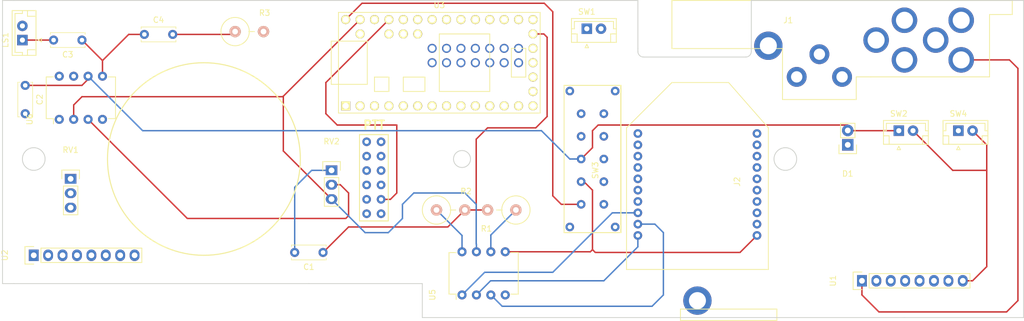
<source format=kicad_pcb>
(kicad_pcb (version 4) (host pcbnew 4.0.7)

  (general
    (links 54)
    (no_connects 26)
    (area 72.924999 59.924999 253.075001 116.075001)
    (thickness 1.6)
    (drawings 23)
    (tracks 115)
    (zones 0)
    (modules 24)
    (nets 111)
  )

  (page A4)
  (title_block
    (comment 1 "November 2017")
    (comment 2 "Lacy Rhoades")
    (comment 3 lacy@colordeaf.net)
  )

  (layers
    (0 F.Cu signal)
    (31 B.Cu signal)
    (32 B.Adhes user)
    (33 F.Adhes user)
    (34 B.Paste user)
    (35 F.Paste user)
    (36 B.SilkS user)
    (37 F.SilkS user)
    (38 B.Mask user)
    (39 F.Mask user)
    (40 Dwgs.User user)
    (41 Cmts.User user)
    (42 Eco1.User user)
    (43 Eco2.User user)
    (44 Edge.Cuts user)
    (45 Margin user)
    (46 B.CrtYd user)
    (47 F.CrtYd user)
    (48 B.Fab user)
    (49 F.Fab user)
  )

  (setup
    (last_trace_width 0.25)
    (trace_clearance 0.2)
    (zone_clearance 0.508)
    (zone_45_only yes)
    (trace_min 0.2)
    (segment_width 0.2)
    (edge_width 0.15)
    (via_size 0.6)
    (via_drill 0.4)
    (via_min_size 0.4)
    (via_min_drill 0.3)
    (uvia_size 0.3)
    (uvia_drill 0.1)
    (uvias_allowed no)
    (uvia_min_size 0.2)
    (uvia_min_drill 0.1)
    (pcb_text_width 0.3)
    (pcb_text_size 1.5 1.5)
    (mod_edge_width 0.15)
    (mod_text_size 1 1)
    (mod_text_width 0.15)
    (pad_size 1.524 1.524)
    (pad_drill 0.762)
    (pad_to_mask_clearance 0.2)
    (aux_axis_origin 0 0)
    (visible_elements FFFFFF7F)
    (pcbplotparams
      (layerselection 0x00030_80000001)
      (usegerberextensions false)
      (excludeedgelayer true)
      (linewidth 0.100000)
      (plotframeref false)
      (viasonmask false)
      (mode 1)
      (useauxorigin false)
      (hpglpennumber 1)
      (hpglpenspeed 20)
      (hpglpendiameter 15)
      (hpglpenoverlay 2)
      (psnegative false)
      (psa4output false)
      (plotreference true)
      (plotvalue true)
      (plotinvisibletext false)
      (padsonsilk false)
      (subtractmaskfromsilk false)
      (outputformat 1)
      (mirror false)
      (drillshape 1)
      (scaleselection 1)
      (outputdirectory ""))
  )

  (net 0 "")
  (net 1 /LINE_OUT)
  (net 2 "Net-(C1-Pad2)")
  (net 3 +5V)
  (net 4 GND)
  (net 5 "Net-(C3-Pad1)")
  (net 6 "Net-(C3-Pad2)")
  (net 7 "Net-(C4-Pad2)")
  (net 8 "Net-(R1-Pad1)")
  (net 9 "Net-(R2-Pad1)")
  (net 10 "Net-(RV1-Pad2)")
  (net 11 "Net-(RV2-Pad2)")
  (net 12 GNDA)
  (net 13 "Net-(S1-Pad1)")
  (net 14 "Net-(S1-Pad2)")
  (net 15 "Net-(S1-Pad3)")
  (net 16 "Net-(S1-Pad4)")
  (net 17 "Net-(S1-Pad5)")
  (net 18 "Net-(S1-Pad6)")
  (net 19 "Net-(S1-Pad7)")
  (net 20 "Net-(S1-Pad8)")
  (net 21 "Net-(S1-Pad9)")
  (net 22 "Net-(S1-Pad12)")
  (net 23 "Net-(SW1-Pad2)")
  (net 24 /TEENSY_POW)
  (net 25 /BT_POW)
  (net 26 VCC)
  (net 27 "Net-(U1-Pad3)")
  (net 28 "Net-(U1-Pad4)")
  (net 29 "Net-(U1-Pad6)")
  (net 30 "Net-(U2-Pad2)")
  (net 31 /CS)
  (net 32 /DO)
  (net 33 /SCK)
  (net 34 /DI)
  (net 35 "Net-(U3-Pad17)")
  (net 36 "Net-(U3-Pad18)")
  (net 37 "Net-(U3-Pad20)")
  (net 38 "Net-(U3-Pad16)")
  (net 39 "Net-(U3-Pad15)")
  (net 40 "Net-(U3-Pad23)")
  (net 41 "Net-(U3-Pad24)")
  (net 42 "Net-(U3-Pad25)")
  (net 43 "Net-(U3-Pad26)")
  (net 44 "Net-(U3-Pad27)")
  (net 45 "Net-(U3-Pad28)")
  (net 46 "Net-(U3-Pad29)")
  (net 47 "Net-(U3-Pad31)")
  (net 48 "Net-(U3-Pad34)")
  (net 49 "Net-(U3-Pad35)")
  (net 50 "Net-(U3-Pad36)")
  (net 51 "Net-(U3-Pad37)")
  (net 52 "Net-(U3-Pad13)")
  (net 53 "Net-(U3-Pad11)")
  (net 54 "Net-(U3-Pad10)")
  (net 55 "Net-(U3-Pad8)")
  (net 56 "Net-(U3-Pad3)")
  (net 57 "Net-(U3-Pad2)")
  (net 58 "Net-(U3-Pad38)")
  (net 59 "Net-(U3-Pad40)")
  (net 60 "Net-(U3-Pad41)")
  (net 61 "Net-(U3-Pad42)")
  (net 62 "Net-(U3-Pad43)")
  (net 63 "Net-(U3-Pad44)")
  (net 64 "Net-(U3-Pad45)")
  (net 65 "Net-(U3-Pad46)")
  (net 66 "Net-(U3-Pad47)")
  (net 67 "Net-(U3-Pad48)")
  (net 68 "Net-(U3-Pad49)")
  (net 69 "Net-(U3-Pad50)")
  (net 70 "Net-(U3-Pad51)")
  (net 71 "Net-(U4-Pad1)")
  (net 72 "Net-(U4-Pad2)")
  (net 73 "Net-(U4-Pad3)")
  (net 74 "Net-(U4-Pad4)")
  (net 75 "Net-(U4-Pad5)")
  (net 76 "Net-(U4-Pad6)")
  (net 77 "Net-(U4-Pad7)")
  (net 78 "Net-(U4-Pad8)")
  (net 79 "Net-(U4-Pad9)")
  (net 80 "Net-(U4-Pad10)")
  (net 81 "Net-(U4-Pad12)")
  (net 82 "Net-(U4-Pad13)")
  (net 83 "Net-(U4-Pad14)")
  (net 84 "Net-(U4-Pad15)")
  (net 85 "Net-(U4-Pad17)")
  (net 86 "Net-(U4-Pad18)")
  (net 87 "Net-(U4-Pad19)")
  (net 88 "Net-(U4-Pad20)")
  (net 89 "Net-(U6-Pad1)")
  (net 90 "Net-(U6-Pad7)")
  (net 91 "Net-(U6-Pad8)")
  (net 92 /PTT)
  (net 93 "Net-(U3-Pad4)")
  (net 94 "Net-(U3-Pad7)")
  (net 95 "Net-(U3-Pad6)")
  (net 96 "Net-(U3-Pad5)")
  (net 97 "Net-(SW1-Pad1)")
  (net 98 "Net-(SW2-Pad2)")
  (net 99 "Net-(SW3-Pad6)")
  (net 100 "Net-(SW3-Pad7)")
  (net 101 "Net-(SW3-Pad8)")
  (net 102 "Net-(SW3-Pad9)")
  (net 103 "Net-(SW3-Pad5)")
  (net 104 "Net-(J1-Pad3)")
  (net 105 "Net-(J1-Pad1)")
  (net 106 "Net-(J1-Pad2)")
  (net 107 "Net-(J1-Pad9)")
  (net 108 "Net-(J1-Pad6)")
  (net 109 "Net-(J1-Pad4)")
  (net 110 "Net-(J1-Pad5)")

  (net_class Default "This is the default net class."
    (clearance 0.2)
    (trace_width 0.25)
    (via_dia 0.6)
    (via_drill 0.4)
    (uvia_dia 0.3)
    (uvia_drill 0.1)
    (add_net +5V)
    (add_net /BT_POW)
    (add_net /CS)
    (add_net /DI)
    (add_net /DO)
    (add_net /LINE_OUT)
    (add_net /PTT)
    (add_net /SCK)
    (add_net /TEENSY_POW)
    (add_net GND)
    (add_net GNDA)
    (add_net "Net-(C1-Pad2)")
    (add_net "Net-(C3-Pad1)")
    (add_net "Net-(C3-Pad2)")
    (add_net "Net-(C4-Pad2)")
    (add_net "Net-(J1-Pad1)")
    (add_net "Net-(J1-Pad2)")
    (add_net "Net-(J1-Pad3)")
    (add_net "Net-(J1-Pad4)")
    (add_net "Net-(J1-Pad5)")
    (add_net "Net-(J1-Pad6)")
    (add_net "Net-(J1-Pad9)")
    (add_net "Net-(R1-Pad1)")
    (add_net "Net-(R2-Pad1)")
    (add_net "Net-(RV1-Pad2)")
    (add_net "Net-(RV2-Pad2)")
    (add_net "Net-(S1-Pad1)")
    (add_net "Net-(S1-Pad12)")
    (add_net "Net-(S1-Pad2)")
    (add_net "Net-(S1-Pad3)")
    (add_net "Net-(S1-Pad4)")
    (add_net "Net-(S1-Pad5)")
    (add_net "Net-(S1-Pad6)")
    (add_net "Net-(S1-Pad7)")
    (add_net "Net-(S1-Pad8)")
    (add_net "Net-(S1-Pad9)")
    (add_net "Net-(SW1-Pad1)")
    (add_net "Net-(SW1-Pad2)")
    (add_net "Net-(SW2-Pad2)")
    (add_net "Net-(SW3-Pad5)")
    (add_net "Net-(SW3-Pad6)")
    (add_net "Net-(SW3-Pad7)")
    (add_net "Net-(SW3-Pad8)")
    (add_net "Net-(SW3-Pad9)")
    (add_net "Net-(U1-Pad3)")
    (add_net "Net-(U1-Pad4)")
    (add_net "Net-(U1-Pad6)")
    (add_net "Net-(U2-Pad2)")
    (add_net "Net-(U3-Pad10)")
    (add_net "Net-(U3-Pad11)")
    (add_net "Net-(U3-Pad13)")
    (add_net "Net-(U3-Pad15)")
    (add_net "Net-(U3-Pad16)")
    (add_net "Net-(U3-Pad17)")
    (add_net "Net-(U3-Pad18)")
    (add_net "Net-(U3-Pad2)")
    (add_net "Net-(U3-Pad20)")
    (add_net "Net-(U3-Pad23)")
    (add_net "Net-(U3-Pad24)")
    (add_net "Net-(U3-Pad25)")
    (add_net "Net-(U3-Pad26)")
    (add_net "Net-(U3-Pad27)")
    (add_net "Net-(U3-Pad28)")
    (add_net "Net-(U3-Pad29)")
    (add_net "Net-(U3-Pad3)")
    (add_net "Net-(U3-Pad31)")
    (add_net "Net-(U3-Pad34)")
    (add_net "Net-(U3-Pad35)")
    (add_net "Net-(U3-Pad36)")
    (add_net "Net-(U3-Pad37)")
    (add_net "Net-(U3-Pad38)")
    (add_net "Net-(U3-Pad4)")
    (add_net "Net-(U3-Pad40)")
    (add_net "Net-(U3-Pad41)")
    (add_net "Net-(U3-Pad42)")
    (add_net "Net-(U3-Pad43)")
    (add_net "Net-(U3-Pad44)")
    (add_net "Net-(U3-Pad45)")
    (add_net "Net-(U3-Pad46)")
    (add_net "Net-(U3-Pad47)")
    (add_net "Net-(U3-Pad48)")
    (add_net "Net-(U3-Pad49)")
    (add_net "Net-(U3-Pad5)")
    (add_net "Net-(U3-Pad50)")
    (add_net "Net-(U3-Pad51)")
    (add_net "Net-(U3-Pad6)")
    (add_net "Net-(U3-Pad7)")
    (add_net "Net-(U3-Pad8)")
    (add_net "Net-(U4-Pad1)")
    (add_net "Net-(U4-Pad10)")
    (add_net "Net-(U4-Pad12)")
    (add_net "Net-(U4-Pad13)")
    (add_net "Net-(U4-Pad14)")
    (add_net "Net-(U4-Pad15)")
    (add_net "Net-(U4-Pad17)")
    (add_net "Net-(U4-Pad18)")
    (add_net "Net-(U4-Pad19)")
    (add_net "Net-(U4-Pad2)")
    (add_net "Net-(U4-Pad20)")
    (add_net "Net-(U4-Pad3)")
    (add_net "Net-(U4-Pad4)")
    (add_net "Net-(U4-Pad5)")
    (add_net "Net-(U4-Pad6)")
    (add_net "Net-(U4-Pad7)")
    (add_net "Net-(U4-Pad8)")
    (add_net "Net-(U4-Pad9)")
    (add_net "Net-(U6-Pad1)")
    (add_net "Net-(U6-Pad7)")
    (add_net "Net-(U6-Pad8)")
    (add_net VCC)
  )

  (module Capacitors_THT:C_Disc_D6.0mm_W2.5mm_P5.00mm (layer F.Cu) (tedit 597BC7C2) (tstamp 5A84AD9F)
    (at 129.5 104.5 180)
    (descr "C, Disc series, Radial, pin pitch=5.00mm, , diameter*width=6*2.5mm^2, Capacitor, http://cdn-reichelt.de/documents/datenblatt/B300/DS_KERKO_TC.pdf")
    (tags "C Disc series Radial pin pitch 5.00mm  diameter 6mm width 2.5mm Capacitor")
    (path /59DEBF5B)
    (fp_text reference C1 (at 2.5 -2.56 180) (layer F.SilkS)
      (effects (font (size 1 1) (thickness 0.15)))
    )
    (fp_text value CP1 (at 2.5 2.56 180) (layer F.Fab)
      (effects (font (size 1 1) (thickness 0.15)))
    )
    (fp_line (start -0.5 -1.25) (end -0.5 1.25) (layer F.Fab) (width 0.1))
    (fp_line (start -0.5 1.25) (end 5.5 1.25) (layer F.Fab) (width 0.1))
    (fp_line (start 5.5 1.25) (end 5.5 -1.25) (layer F.Fab) (width 0.1))
    (fp_line (start 5.5 -1.25) (end -0.5 -1.25) (layer F.Fab) (width 0.1))
    (fp_line (start -0.56 -1.31) (end 5.56 -1.31) (layer F.SilkS) (width 0.12))
    (fp_line (start -0.56 1.31) (end 5.56 1.31) (layer F.SilkS) (width 0.12))
    (fp_line (start -0.56 -1.31) (end -0.56 -0.996) (layer F.SilkS) (width 0.12))
    (fp_line (start -0.56 0.996) (end -0.56 1.31) (layer F.SilkS) (width 0.12))
    (fp_line (start 5.56 -1.31) (end 5.56 -0.996) (layer F.SilkS) (width 0.12))
    (fp_line (start 5.56 0.996) (end 5.56 1.31) (layer F.SilkS) (width 0.12))
    (fp_line (start -1.05 -1.6) (end -1.05 1.6) (layer F.CrtYd) (width 0.05))
    (fp_line (start -1.05 1.6) (end 6.05 1.6) (layer F.CrtYd) (width 0.05))
    (fp_line (start 6.05 1.6) (end 6.05 -1.6) (layer F.CrtYd) (width 0.05))
    (fp_line (start 6.05 -1.6) (end -1.05 -1.6) (layer F.CrtYd) (width 0.05))
    (fp_text user %R (at 2.5 0 180) (layer F.Fab)
      (effects (font (size 1 1) (thickness 0.15)))
    )
    (pad 1 thru_hole circle (at 0 0 180) (size 1.6 1.6) (drill 0.8) (layers *.Cu *.Mask)
      (net 1 /LINE_OUT))
    (pad 2 thru_hole circle (at 5 0 180) (size 1.6 1.6) (drill 0.8) (layers *.Cu *.Mask)
      (net 2 "Net-(C1-Pad2)"))
    (model ${KISYS3DMOD}/Capacitors_THT.3dshapes/C_Disc_D6.0mm_W2.5mm_P5.00mm.wrl
      (at (xyz 0 0 0))
      (scale (xyz 1 1 1))
      (rotate (xyz 0 0 0))
    )
  )

  (module Capacitors_THT:C_Disc_D6.0mm_W2.5mm_P5.00mm (layer F.Cu) (tedit 597BC7C2) (tstamp 5A84ADB4)
    (at 77 75 270)
    (descr "C, Disc series, Radial, pin pitch=5.00mm, , diameter*width=6*2.5mm^2, Capacitor, http://cdn-reichelt.de/documents/datenblatt/B300/DS_KERKO_TC.pdf")
    (tags "C Disc series Radial pin pitch 5.00mm  diameter 6mm width 2.5mm Capacitor")
    (path /5A1A6245)
    (fp_text reference C2 (at 2.5 -2.56 270) (layer F.SilkS)
      (effects (font (size 1 1) (thickness 0.15)))
    )
    (fp_text value 1µF (at 2.5 2.56 270) (layer F.Fab)
      (effects (font (size 1 1) (thickness 0.15)))
    )
    (fp_line (start -0.5 -1.25) (end -0.5 1.25) (layer F.Fab) (width 0.1))
    (fp_line (start -0.5 1.25) (end 5.5 1.25) (layer F.Fab) (width 0.1))
    (fp_line (start 5.5 1.25) (end 5.5 -1.25) (layer F.Fab) (width 0.1))
    (fp_line (start 5.5 -1.25) (end -0.5 -1.25) (layer F.Fab) (width 0.1))
    (fp_line (start -0.56 -1.31) (end 5.56 -1.31) (layer F.SilkS) (width 0.12))
    (fp_line (start -0.56 1.31) (end 5.56 1.31) (layer F.SilkS) (width 0.12))
    (fp_line (start -0.56 -1.31) (end -0.56 -0.996) (layer F.SilkS) (width 0.12))
    (fp_line (start -0.56 0.996) (end -0.56 1.31) (layer F.SilkS) (width 0.12))
    (fp_line (start 5.56 -1.31) (end 5.56 -0.996) (layer F.SilkS) (width 0.12))
    (fp_line (start 5.56 0.996) (end 5.56 1.31) (layer F.SilkS) (width 0.12))
    (fp_line (start -1.05 -1.6) (end -1.05 1.6) (layer F.CrtYd) (width 0.05))
    (fp_line (start -1.05 1.6) (end 6.05 1.6) (layer F.CrtYd) (width 0.05))
    (fp_line (start 6.05 1.6) (end 6.05 -1.6) (layer F.CrtYd) (width 0.05))
    (fp_line (start 6.05 -1.6) (end -1.05 -1.6) (layer F.CrtYd) (width 0.05))
    (fp_text user %R (at 2.5 0 270) (layer F.Fab)
      (effects (font (size 1 1) (thickness 0.15)))
    )
    (pad 1 thru_hole circle (at 0 0 270) (size 1.6 1.6) (drill 0.8) (layers *.Cu *.Mask)
      (net 3 +5V))
    (pad 2 thru_hole circle (at 5 0 270) (size 1.6 1.6) (drill 0.8) (layers *.Cu *.Mask)
      (net 4 GND))
    (model ${KISYS3DMOD}/Capacitors_THT.3dshapes/C_Disc_D6.0mm_W2.5mm_P5.00mm.wrl
      (at (xyz 0 0 0))
      (scale (xyz 1 1 1))
      (rotate (xyz 0 0 0))
    )
  )

  (module Capacitors_THT:C_Disc_D6.0mm_W2.5mm_P5.00mm (layer F.Cu) (tedit 597BC7C2) (tstamp 5A84ADC9)
    (at 87 67 180)
    (descr "C, Disc series, Radial, pin pitch=5.00mm, , diameter*width=6*2.5mm^2, Capacitor, http://cdn-reichelt.de/documents/datenblatt/B300/DS_KERKO_TC.pdf")
    (tags "C Disc series Radial pin pitch 5.00mm  diameter 6mm width 2.5mm Capacitor")
    (path /59DEC7B9)
    (fp_text reference C3 (at 2.5 -2.56 180) (layer F.SilkS)
      (effects (font (size 1 1) (thickness 0.15)))
    )
    (fp_text value "220 µF" (at 2.5 2.56 180) (layer F.Fab)
      (effects (font (size 1 1) (thickness 0.15)))
    )
    (fp_line (start -0.5 -1.25) (end -0.5 1.25) (layer F.Fab) (width 0.1))
    (fp_line (start -0.5 1.25) (end 5.5 1.25) (layer F.Fab) (width 0.1))
    (fp_line (start 5.5 1.25) (end 5.5 -1.25) (layer F.Fab) (width 0.1))
    (fp_line (start 5.5 -1.25) (end -0.5 -1.25) (layer F.Fab) (width 0.1))
    (fp_line (start -0.56 -1.31) (end 5.56 -1.31) (layer F.SilkS) (width 0.12))
    (fp_line (start -0.56 1.31) (end 5.56 1.31) (layer F.SilkS) (width 0.12))
    (fp_line (start -0.56 -1.31) (end -0.56 -0.996) (layer F.SilkS) (width 0.12))
    (fp_line (start -0.56 0.996) (end -0.56 1.31) (layer F.SilkS) (width 0.12))
    (fp_line (start 5.56 -1.31) (end 5.56 -0.996) (layer F.SilkS) (width 0.12))
    (fp_line (start 5.56 0.996) (end 5.56 1.31) (layer F.SilkS) (width 0.12))
    (fp_line (start -1.05 -1.6) (end -1.05 1.6) (layer F.CrtYd) (width 0.05))
    (fp_line (start -1.05 1.6) (end 6.05 1.6) (layer F.CrtYd) (width 0.05))
    (fp_line (start 6.05 1.6) (end 6.05 -1.6) (layer F.CrtYd) (width 0.05))
    (fp_line (start 6.05 -1.6) (end -1.05 -1.6) (layer F.CrtYd) (width 0.05))
    (fp_text user %R (at 2.5 0 180) (layer F.Fab)
      (effects (font (size 1 1) (thickness 0.15)))
    )
    (pad 1 thru_hole circle (at 0 0 180) (size 1.6 1.6) (drill 0.8) (layers *.Cu *.Mask)
      (net 5 "Net-(C3-Pad1)"))
    (pad 2 thru_hole circle (at 5 0 180) (size 1.6 1.6) (drill 0.8) (layers *.Cu *.Mask)
      (net 6 "Net-(C3-Pad2)"))
    (model ${KISYS3DMOD}/Capacitors_THT.3dshapes/C_Disc_D6.0mm_W2.5mm_P5.00mm.wrl
      (at (xyz 0 0 0))
      (scale (xyz 1 1 1))
      (rotate (xyz 0 0 0))
    )
  )

  (module Capacitors_THT:C_Disc_D6.0mm_W2.5mm_P5.00mm (layer F.Cu) (tedit 597BC7C2) (tstamp 5A84ADDE)
    (at 98 66)
    (descr "C, Disc series, Radial, pin pitch=5.00mm, , diameter*width=6*2.5mm^2, Capacitor, http://cdn-reichelt.de/documents/datenblatt/B300/DS_KERKO_TC.pdf")
    (tags "C Disc series Radial pin pitch 5.00mm  diameter 6mm width 2.5mm Capacitor")
    (path /5A1A67D9)
    (fp_text reference C4 (at 2.5 -2.56) (layer F.SilkS)
      (effects (font (size 1 1) (thickness 0.15)))
    )
    (fp_text value C_Small (at 2.5 2.56) (layer F.Fab)
      (effects (font (size 1 1) (thickness 0.15)))
    )
    (fp_line (start -0.5 -1.25) (end -0.5 1.25) (layer F.Fab) (width 0.1))
    (fp_line (start -0.5 1.25) (end 5.5 1.25) (layer F.Fab) (width 0.1))
    (fp_line (start 5.5 1.25) (end 5.5 -1.25) (layer F.Fab) (width 0.1))
    (fp_line (start 5.5 -1.25) (end -0.5 -1.25) (layer F.Fab) (width 0.1))
    (fp_line (start -0.56 -1.31) (end 5.56 -1.31) (layer F.SilkS) (width 0.12))
    (fp_line (start -0.56 1.31) (end 5.56 1.31) (layer F.SilkS) (width 0.12))
    (fp_line (start -0.56 -1.31) (end -0.56 -0.996) (layer F.SilkS) (width 0.12))
    (fp_line (start -0.56 0.996) (end -0.56 1.31) (layer F.SilkS) (width 0.12))
    (fp_line (start 5.56 -1.31) (end 5.56 -0.996) (layer F.SilkS) (width 0.12))
    (fp_line (start 5.56 0.996) (end 5.56 1.31) (layer F.SilkS) (width 0.12))
    (fp_line (start -1.05 -1.6) (end -1.05 1.6) (layer F.CrtYd) (width 0.05))
    (fp_line (start -1.05 1.6) (end 6.05 1.6) (layer F.CrtYd) (width 0.05))
    (fp_line (start 6.05 1.6) (end 6.05 -1.6) (layer F.CrtYd) (width 0.05))
    (fp_line (start 6.05 -1.6) (end -1.05 -1.6) (layer F.CrtYd) (width 0.05))
    (fp_text user %R (at 2.5 0) (layer F.Fab)
      (effects (font (size 1 1) (thickness 0.15)))
    )
    (pad 1 thru_hole circle (at 0 0) (size 1.6 1.6) (drill 0.8) (layers *.Cu *.Mask)
      (net 5 "Net-(C3-Pad1)"))
    (pad 2 thru_hole circle (at 5 0) (size 1.6 1.6) (drill 0.8) (layers *.Cu *.Mask)
      (net 7 "Net-(C4-Pad2)"))
    (model ${KISYS3DMOD}/Capacitors_THT.3dshapes/C_Disc_D6.0mm_W2.5mm_P5.00mm.wrl
      (at (xyz 0 0 0))
      (scale (xyz 1 1 1))
      (rotate (xyz 0 0 0))
    )
  )

  (module Pin_Headers:Pin_Header_Straight_1x02 (layer F.Cu) (tedit 54EA090C) (tstamp 5A84ADEF)
    (at 222 85.5 180)
    (descr "Through hole pin header")
    (tags "pin header")
    (path /5A1A52F2)
    (fp_text reference D1 (at 0 -5.1 180) (layer F.SilkS)
      (effects (font (size 1 1) (thickness 0.15)))
    )
    (fp_text value LED (at 0 -3.1 180) (layer F.Fab)
      (effects (font (size 1 1) (thickness 0.15)))
    )
    (fp_line (start 1.27 1.27) (end 1.27 3.81) (layer F.SilkS) (width 0.15))
    (fp_line (start 1.55 -1.55) (end 1.55 0) (layer F.SilkS) (width 0.15))
    (fp_line (start -1.75 -1.75) (end -1.75 4.3) (layer F.CrtYd) (width 0.05))
    (fp_line (start 1.75 -1.75) (end 1.75 4.3) (layer F.CrtYd) (width 0.05))
    (fp_line (start -1.75 -1.75) (end 1.75 -1.75) (layer F.CrtYd) (width 0.05))
    (fp_line (start -1.75 4.3) (end 1.75 4.3) (layer F.CrtYd) (width 0.05))
    (fp_line (start 1.27 1.27) (end -1.27 1.27) (layer F.SilkS) (width 0.15))
    (fp_line (start -1.55 0) (end -1.55 -1.55) (layer F.SilkS) (width 0.15))
    (fp_line (start -1.55 -1.55) (end 1.55 -1.55) (layer F.SilkS) (width 0.15))
    (fp_line (start -1.27 1.27) (end -1.27 3.81) (layer F.SilkS) (width 0.15))
    (fp_line (start -1.27 3.81) (end 1.27 3.81) (layer F.SilkS) (width 0.15))
    (pad 1 thru_hole rect (at 0 0 180) (size 2.032 2.032) (drill 1.016) (layers *.Cu *.Mask)
      (net 4 GND))
    (pad 2 thru_hole oval (at 0 2.54 180) (size 2.032 2.032) (drill 1.016) (layers *.Cu *.Mask)
      (net 3 +5V))
    (model Pin_Headers.3dshapes/Pin_Header_Straight_1x02.wrl
      (at (xyz 0 -0.05 0))
      (scale (xyz 1 1 1))
      (rotate (xyz 0 0 90))
    )
  )

  (module Connectors_JST:JST_EH_B02B-EH-A_02x2.50mm_Straight (layer F.Cu) (tedit 56EE9564) (tstamp 5A84AE09)
    (at 76.5 67 90)
    (descr "JST EH series connector, B02B-EH-A, 2.50mm pitch, top entry")
    (tags "connector jst eh top vertical straight")
    (path /59DEC89A)
    (fp_text reference LS1 (at 0 -3 90) (layer F.SilkS)
      (effects (font (size 1 1) (thickness 0.15)))
    )
    (fp_text value Speaker (at 0 5 90) (layer F.Fab)
      (effects (font (size 1 1) (thickness 0.15)))
    )
    (fp_line (start -2.7 -1.8) (end -2.7 2.4) (layer F.SilkS) (width 0.15))
    (fp_line (start -2.7 2.4) (end 5.2 2.4) (layer F.SilkS) (width 0.15))
    (fp_line (start 5.2 2.4) (end 5.2 -1.8) (layer F.SilkS) (width 0.15))
    (fp_line (start 5.2 -1.8) (end -2.7 -1.8) (layer F.SilkS) (width 0.15))
    (fp_line (start -2.7 0) (end -2.2 0) (layer F.SilkS) (width 0.15))
    (fp_line (start -2.2 0) (end -2.2 -1.3) (layer F.SilkS) (width 0.15))
    (fp_line (start -2.2 -1.3) (end 4.7 -1.3) (layer F.SilkS) (width 0.15))
    (fp_line (start 4.7 -1.3) (end 4.7 0) (layer F.SilkS) (width 0.15))
    (fp_line (start 4.7 0) (end 5.2 0) (layer F.SilkS) (width 0.15))
    (fp_line (start -2.7 0.9) (end -1.7 0.9) (layer F.SilkS) (width 0.15))
    (fp_line (start -1.7 0.9) (end -1.7 2.4) (layer F.SilkS) (width 0.15))
    (fp_line (start 5.2 0.9) (end 4.2 0.9) (layer F.SilkS) (width 0.15))
    (fp_line (start 4.2 0.9) (end 4.2 2.4) (layer F.SilkS) (width 0.15))
    (fp_line (start 0 2.75) (end -0.3 3.35) (layer F.SilkS) (width 0.15))
    (fp_line (start -0.3 3.35) (end 0.3 3.35) (layer F.SilkS) (width 0.15))
    (fp_line (start 0.3 3.35) (end 0 2.75) (layer F.SilkS) (width 0.15))
    (fp_line (start -3.2 -2.3) (end -3.2 2.9) (layer F.CrtYd) (width 0.05))
    (fp_line (start -3.2 2.9) (end 5.7 2.9) (layer F.CrtYd) (width 0.05))
    (fp_line (start 5.7 2.9) (end 5.7 -2.3) (layer F.CrtYd) (width 0.05))
    (fp_line (start 5.7 -2.3) (end -3.2 -2.3) (layer F.CrtYd) (width 0.05))
    (pad 1 thru_hole rect (at 0 0 90) (size 1.85 1.85) (drill 0.9) (layers *.Cu *.Mask)
      (net 6 "Net-(C3-Pad2)"))
    (pad 2 thru_hole circle (at 2.5 0 90) (size 1.85 1.85) (drill 0.9) (layers *.Cu *.Mask)
      (net 4 GND))
    (model Connectors_JST.3dshapes/JST_EH_B02B-EH-A_02x2.50mm_Straight.wrl
      (at (xyz 0 0 0))
      (scale (xyz 1 1 1))
      (rotate (xyz 0 0 0))
    )
  )

  (module Resistors_THT:Resistor_Vertical_RM5mm (layer F.Cu) (tedit 0) (tstamp 5A84AE11)
    (at 161 97 180)
    (descr "Resistor, Vertical, RM 5mm, 1/3W,")
    (tags "Resistor, Vertical, RM 5mm, 1/3W,")
    (path /5A1A4653)
    (fp_text reference R1 (at 2.70002 -3.29946 180) (layer F.SilkS)
      (effects (font (size 1 1) (thickness 0.15)))
    )
    (fp_text value 1k (at 0 4.50088 180) (layer F.Fab)
      (effects (font (size 1 1) (thickness 0.15)))
    )
    (fp_line (start -0.09906 0) (end 0.9017 0) (layer F.SilkS) (width 0.15))
    (fp_circle (center -2.49936 0) (end 0 0) (layer F.SilkS) (width 0.15))
    (pad 1 thru_hole circle (at -2.49936 0 180) (size 1.99898 1.99898) (drill 1.00076) (layers *.Cu *.SilkS *.Mask)
      (net 8 "Net-(R1-Pad1)"))
    (pad 2 thru_hole circle (at 2.5019 0 180) (size 1.99898 1.99898) (drill 1.00076) (layers *.Cu *.SilkS *.Mask)
      (net 1 /LINE_OUT))
  )

  (module Resistors_THT:Resistor_Vertical_RM5mm (layer F.Cu) (tedit 0) (tstamp 5A84AE19)
    (at 152 97)
    (descr "Resistor, Vertical, RM 5mm, 1/3W,")
    (tags "Resistor, Vertical, RM 5mm, 1/3W,")
    (path /5A1A4742)
    (fp_text reference R2 (at 2.70002 -3.29946) (layer F.SilkS)
      (effects (font (size 1 1) (thickness 0.15)))
    )
    (fp_text value 1k (at 0 4.50088) (layer F.Fab)
      (effects (font (size 1 1) (thickness 0.15)))
    )
    (fp_line (start -0.09906 0) (end 0.9017 0) (layer F.SilkS) (width 0.15))
    (fp_circle (center -2.49936 0) (end 0 0) (layer F.SilkS) (width 0.15))
    (pad 1 thru_hole circle (at -2.49936 0) (size 1.99898 1.99898) (drill 1.00076) (layers *.Cu *.SilkS *.Mask)
      (net 9 "Net-(R2-Pad1)"))
    (pad 2 thru_hole circle (at 2.5019 0) (size 1.99898 1.99898) (drill 1.00076) (layers *.Cu *.SilkS *.Mask)
      (net 1 /LINE_OUT))
  )

  (module Resistors_THT:Resistor_Vertical_RM5mm (layer F.Cu) (tedit 0) (tstamp 5A84AE21)
    (at 116.5 65.5)
    (descr "Resistor, Vertical, RM 5mm, 1/3W,")
    (tags "Resistor, Vertical, RM 5mm, 1/3W,")
    (path /5A1A6930)
    (fp_text reference R3 (at 2.70002 -3.29946) (layer F.SilkS)
      (effects (font (size 1 1) (thickness 0.15)))
    )
    (fp_text value R_Small (at 0 4.50088) (layer F.Fab)
      (effects (font (size 1 1) (thickness 0.15)))
    )
    (fp_line (start -0.09906 0) (end 0.9017 0) (layer F.SilkS) (width 0.15))
    (fp_circle (center -2.49936 0) (end 0 0) (layer F.SilkS) (width 0.15))
    (pad 1 thru_hole circle (at -2.49936 0) (size 1.99898 1.99898) (drill 1.00076) (layers *.Cu *.SilkS *.Mask)
      (net 7 "Net-(C4-Pad2)"))
    (pad 2 thru_hole circle (at 2.5019 0) (size 1.99898 1.99898) (drill 1.00076) (layers *.Cu *.SilkS *.Mask)
      (net 4 GND))
  )

  (module Pin_Headers:Pin_Header_Straight_1x03 (layer F.Cu) (tedit 0) (tstamp 5A84AE33)
    (at 85 91.5)
    (descr "Through hole pin header")
    (tags "pin header")
    (path /5A1A4E89)
    (fp_text reference RV1 (at 0 -5.1) (layer F.SilkS)
      (effects (font (size 1 1) (thickness 0.15)))
    )
    (fp_text value "10k LIN" (at 0 -3.1) (layer F.Fab)
      (effects (font (size 1 1) (thickness 0.15)))
    )
    (fp_line (start -1.75 -1.75) (end -1.75 6.85) (layer F.CrtYd) (width 0.05))
    (fp_line (start 1.75 -1.75) (end 1.75 6.85) (layer F.CrtYd) (width 0.05))
    (fp_line (start -1.75 -1.75) (end 1.75 -1.75) (layer F.CrtYd) (width 0.05))
    (fp_line (start -1.75 6.85) (end 1.75 6.85) (layer F.CrtYd) (width 0.05))
    (fp_line (start -1.27 1.27) (end -1.27 6.35) (layer F.SilkS) (width 0.15))
    (fp_line (start -1.27 6.35) (end 1.27 6.35) (layer F.SilkS) (width 0.15))
    (fp_line (start 1.27 6.35) (end 1.27 1.27) (layer F.SilkS) (width 0.15))
    (fp_line (start 1.55 -1.55) (end 1.55 0) (layer F.SilkS) (width 0.15))
    (fp_line (start 1.27 1.27) (end -1.27 1.27) (layer F.SilkS) (width 0.15))
    (fp_line (start -1.55 0) (end -1.55 -1.55) (layer F.SilkS) (width 0.15))
    (fp_line (start -1.55 -1.55) (end 1.55 -1.55) (layer F.SilkS) (width 0.15))
    (pad 1 thru_hole rect (at 0 0) (size 2.032 1.7272) (drill 1.016) (layers *.Cu *.Mask)
      (net 3 +5V))
    (pad 2 thru_hole oval (at 0 2.54) (size 2.032 1.7272) (drill 1.016) (layers *.Cu *.Mask)
      (net 10 "Net-(RV1-Pad2)"))
    (pad 3 thru_hole oval (at 0 5.08) (size 2.032 1.7272) (drill 1.016) (layers *.Cu *.Mask)
      (net 4 GND))
    (model Pin_Headers.3dshapes/Pin_Header_Straight_1x03.wrl
      (at (xyz 0 -0.1 0))
      (scale (xyz 1 1 1))
      (rotate (xyz 0 0 90))
    )
  )

  (module Pin_Headers:Pin_Header_Straight_1x03 (layer F.Cu) (tedit 0) (tstamp 5A84AE45)
    (at 131 90)
    (descr "Through hole pin header")
    (tags "pin header")
    (path /5A1A2EF3)
    (fp_text reference RV2 (at 0 -5.1) (layer F.SilkS)
      (effects (font (size 1 1) (thickness 0.15)))
    )
    (fp_text value "10k AUDIO" (at 0 -3.1) (layer F.Fab)
      (effects (font (size 1 1) (thickness 0.15)))
    )
    (fp_line (start -1.75 -1.75) (end -1.75 6.85) (layer F.CrtYd) (width 0.05))
    (fp_line (start 1.75 -1.75) (end 1.75 6.85) (layer F.CrtYd) (width 0.05))
    (fp_line (start -1.75 -1.75) (end 1.75 -1.75) (layer F.CrtYd) (width 0.05))
    (fp_line (start -1.75 6.85) (end 1.75 6.85) (layer F.CrtYd) (width 0.05))
    (fp_line (start -1.27 1.27) (end -1.27 6.35) (layer F.SilkS) (width 0.15))
    (fp_line (start -1.27 6.35) (end 1.27 6.35) (layer F.SilkS) (width 0.15))
    (fp_line (start 1.27 6.35) (end 1.27 1.27) (layer F.SilkS) (width 0.15))
    (fp_line (start 1.55 -1.55) (end 1.55 0) (layer F.SilkS) (width 0.15))
    (fp_line (start 1.27 1.27) (end -1.27 1.27) (layer F.SilkS) (width 0.15))
    (fp_line (start -1.55 0) (end -1.55 -1.55) (layer F.SilkS) (width 0.15))
    (fp_line (start -1.55 -1.55) (end 1.55 -1.55) (layer F.SilkS) (width 0.15))
    (pad 1 thru_hole rect (at 0 0) (size 2.032 1.7272) (drill 1.016) (layers *.Cu *.Mask)
      (net 2 "Net-(C1-Pad2)"))
    (pad 2 thru_hole oval (at 0 2.54) (size 2.032 1.7272) (drill 1.016) (layers *.Cu *.Mask)
      (net 11 "Net-(RV2-Pad2)"))
    (pad 3 thru_hole oval (at 0 5.08) (size 2.032 1.7272) (drill 1.016) (layers *.Cu *.Mask)
      (net 12 GNDA))
    (model Pin_Headers.3dshapes/Pin_Header_Straight_1x03.wrl
      (at (xyz 0 -0.1 0))
      (scale (xyz 1 1 1))
      (rotate (xyz 0 0 90))
    )
  )

  (module 4pdt:4pdt locked (layer F.Cu) (tedit 5A1B3E4F) (tstamp 5A84AE55)
    (at 141 87.5)
    (path /5A0A4F19)
    (fp_text reference S1 (at 2.54 1.27) (layer F.SilkS) hide
      (effects (font (size 1 1) (thickness 0.15)))
    )
    (fp_text value 4PDT (at 2 1) (layer F.Fab)
      (effects (font (size 1 1) (thickness 0.15)))
    )
    (fp_line (start 0 -3.81) (end 0 11.43) (layer F.SilkS) (width 0.15))
    (fp_line (start -5.08 11.43) (end -5.08 -3.81) (layer F.SilkS) (width 0.15))
    (fp_line (start -5.08 11.43) (end 0 11.43) (layer F.SilkS) (width 0.15))
    (fp_line (start -5.08 -3.81) (end -5.08 11.43) (layer F.SilkS) (width 0.15))
    (fp_line (start -5.08 -3.81) (end 0 -3.81) (layer F.SilkS) (width 0.15))
    (fp_line (start 0 -3.81) (end 0 11.43) (layer F.SilkS) (width 0.15))
    (fp_line (start 0 11.43) (end -5.08 11.43) (layer F.SilkS) (width 0.15))
    (fp_line (start -5.08 11.43) (end -5.08 -3.81) (layer F.SilkS) (width 0.15))
    (fp_line (start -5.08 -3.81) (end 0 -3.81) (layer F.SilkS) (width 0.15))
    (pad 1 thru_hole circle (at -3.81 -2.54) (size 1.524 1.524) (drill 0.762) (layers *.Cu *.Mask)
      (net 13 "Net-(S1-Pad1)"))
    (pad 2 thru_hole circle (at -3.81 0) (size 1.524 1.524) (drill 0.762) (layers *.Cu *.Mask)
      (net 14 "Net-(S1-Pad2)"))
    (pad 3 thru_hole circle (at -3.81 2.54) (size 1.524 1.524) (drill 0.762) (layers *.Cu *.Mask)
      (net 15 "Net-(S1-Pad3)"))
    (pad 4 thru_hole circle (at -3.81 5.08) (size 1.524 1.524) (drill 0.762) (layers *.Cu *.Mask)
      (net 16 "Net-(S1-Pad4)"))
    (pad 5 thru_hole circle (at -3.81 7.62) (size 1.524 1.524) (drill 0.762) (layers *.Cu *.Mask)
      (net 17 "Net-(S1-Pad5)"))
    (pad 6 thru_hole circle (at -3.81 10.16) (size 1.524 1.524) (drill 0.762) (layers *.Cu *.Mask)
      (net 18 "Net-(S1-Pad6)"))
    (pad 7 thru_hole circle (at -1.27 -2.54) (size 1.524 1.524) (drill 0.762) (layers *.Cu *.Mask)
      (net 19 "Net-(S1-Pad7)"))
    (pad 8 thru_hole circle (at -1.27 0) (size 1.524 1.524) (drill 0.762) (layers *.Cu *.Mask)
      (net 20 "Net-(S1-Pad8)"))
    (pad 9 thru_hole circle (at -1.27 2.54) (size 1.524 1.524) (drill 0.762) (layers *.Cu *.Mask)
      (net 21 "Net-(S1-Pad9)"))
    (pad 10 thru_hole circle (at -1.27 5.08) (size 1.524 1.524) (drill 0.762) (layers *.Cu *.Mask)
      (net 4 GND))
    (pad 11 thru_hole circle (at -1.27 7.62) (size 1.524 1.524) (drill 0.762) (layers *.Cu *.Mask)
      (net 92 /PTT))
    (pad 12 thru_hole circle (at -1.27 10.16) (size 1.524 1.524) (drill 0.762) (layers *.Cu *.Mask)
      (net 22 "Net-(S1-Pad12)"))
  )

  (module Pin_Headers:Pin_Header_Straight_1x08 (layer F.Cu) (tedit 0) (tstamp 5A84AEB2)
    (at 224.5 109.5 90)
    (descr "Through hole pin header")
    (tags "pin header")
    (path /5A1B34A1)
    (fp_text reference U1 (at 0 -5.1 90) (layer F.SilkS)
      (effects (font (size 1 1) (thickness 0.15)))
    )
    (fp_text value PBOOST500 (at 0 -3.1 90) (layer F.Fab)
      (effects (font (size 1 1) (thickness 0.15)))
    )
    (fp_line (start -1.75 -1.75) (end -1.75 19.55) (layer F.CrtYd) (width 0.05))
    (fp_line (start 1.75 -1.75) (end 1.75 19.55) (layer F.CrtYd) (width 0.05))
    (fp_line (start -1.75 -1.75) (end 1.75 -1.75) (layer F.CrtYd) (width 0.05))
    (fp_line (start -1.75 19.55) (end 1.75 19.55) (layer F.CrtYd) (width 0.05))
    (fp_line (start 1.27 1.27) (end 1.27 19.05) (layer F.SilkS) (width 0.15))
    (fp_line (start 1.27 19.05) (end -1.27 19.05) (layer F.SilkS) (width 0.15))
    (fp_line (start -1.27 19.05) (end -1.27 1.27) (layer F.SilkS) (width 0.15))
    (fp_line (start 1.55 -1.55) (end 1.55 0) (layer F.SilkS) (width 0.15))
    (fp_line (start 1.27 1.27) (end -1.27 1.27) (layer F.SilkS) (width 0.15))
    (fp_line (start -1.55 0) (end -1.55 -1.55) (layer F.SilkS) (width 0.15))
    (fp_line (start -1.55 -1.55) (end 1.55 -1.55) (layer F.SilkS) (width 0.15))
    (pad 1 thru_hole rect (at 0 0 90) (size 2.032 1.7272) (drill 1.016) (layers *.Cu *.Mask)
      (net 26 VCC))
    (pad 2 thru_hole oval (at 0 2.54 90) (size 2.032 1.7272) (drill 1.016) (layers *.Cu *.Mask)
      (net 4 GND))
    (pad 3 thru_hole oval (at 0 5.08 90) (size 2.032 1.7272) (drill 1.016) (layers *.Cu *.Mask)
      (net 27 "Net-(U1-Pad3)"))
    (pad 4 thru_hole oval (at 0 7.62 90) (size 2.032 1.7272) (drill 1.016) (layers *.Cu *.Mask)
      (net 28 "Net-(U1-Pad4)"))
    (pad 5 thru_hole oval (at 0 10.16 90) (size 2.032 1.7272) (drill 1.016) (layers *.Cu *.Mask)
      (net 4 GND))
    (pad 6 thru_hole oval (at 0 12.7 90) (size 2.032 1.7272) (drill 1.016) (layers *.Cu *.Mask)
      (net 29 "Net-(U1-Pad6)"))
    (pad 7 thru_hole oval (at 0 15.24 90) (size 2.032 1.7272) (drill 1.016) (layers *.Cu *.Mask)
      (net 4 GND))
    (pad 8 thru_hole oval (at 0 17.78 90) (size 2.032 1.7272) (drill 1.016) (layers *.Cu *.Mask)
      (net 98 "Net-(SW2-Pad2)"))
    (model Pin_Headers.3dshapes/Pin_Header_Straight_1x08.wrl
      (at (xyz 0 -0.35 0))
      (scale (xyz 1 1 1))
      (rotate (xyz 0 0 90))
    )
  )

  (module Pin_Headers:Pin_Header_Straight_1x08 (layer F.Cu) (tedit 0) (tstamp 5A84AEC9)
    (at 78.5 105 90)
    (descr "Through hole pin header")
    (tags "pin header")
    (path /5A1B6EAA)
    (fp_text reference U2 (at 0 -5.1 90) (layer F.SilkS)
      (effects (font (size 1 1) (thickness 0.15)))
    )
    (fp_text value SD_Card_Module (at 0 -3.1 90) (layer F.Fab)
      (effects (font (size 1 1) (thickness 0.15)))
    )
    (fp_line (start -1.75 -1.75) (end -1.75 19.55) (layer F.CrtYd) (width 0.05))
    (fp_line (start 1.75 -1.75) (end 1.75 19.55) (layer F.CrtYd) (width 0.05))
    (fp_line (start -1.75 -1.75) (end 1.75 -1.75) (layer F.CrtYd) (width 0.05))
    (fp_line (start -1.75 19.55) (end 1.75 19.55) (layer F.CrtYd) (width 0.05))
    (fp_line (start 1.27 1.27) (end 1.27 19.05) (layer F.SilkS) (width 0.15))
    (fp_line (start 1.27 19.05) (end -1.27 19.05) (layer F.SilkS) (width 0.15))
    (fp_line (start -1.27 19.05) (end -1.27 1.27) (layer F.SilkS) (width 0.15))
    (fp_line (start 1.55 -1.55) (end 1.55 0) (layer F.SilkS) (width 0.15))
    (fp_line (start 1.27 1.27) (end -1.27 1.27) (layer F.SilkS) (width 0.15))
    (fp_line (start -1.55 0) (end -1.55 -1.55) (layer F.SilkS) (width 0.15))
    (fp_line (start -1.55 -1.55) (end 1.55 -1.55) (layer F.SilkS) (width 0.15))
    (pad 1 thru_hole rect (at 0 0 90) (size 2.032 1.7272) (drill 1.016) (layers *.Cu *.Mask)
      (net 4 GND))
    (pad 2 thru_hole oval (at 0 2.54 90) (size 2.032 1.7272) (drill 1.016) (layers *.Cu *.Mask)
      (net 30 "Net-(U2-Pad2)"))
    (pad 3 thru_hole oval (at 0 5.08 90) (size 2.032 1.7272) (drill 1.016) (layers *.Cu *.Mask)
      (net 24 /TEENSY_POW))
    (pad 4 thru_hole oval (at 0 7.62 90) (size 2.032 1.7272) (drill 1.016) (layers *.Cu *.Mask)
      (net 31 /CS))
    (pad 5 thru_hole oval (at 0 10.16 90) (size 2.032 1.7272) (drill 1.016) (layers *.Cu *.Mask)
      (net 32 /DO))
    (pad 6 thru_hole oval (at 0 12.7 90) (size 2.032 1.7272) (drill 1.016) (layers *.Cu *.Mask)
      (net 33 /SCK))
    (pad 7 thru_hole oval (at 0 15.24 90) (size 2.032 1.7272) (drill 1.016) (layers *.Cu *.Mask)
      (net 34 /DI))
    (pad 8 thru_hole oval (at 0 17.78 90) (size 2.032 1.7272) (drill 1.016) (layers *.Cu *.Mask)
      (net 4 GND))
    (model Pin_Headers.3dshapes/Pin_Header_Straight_1x08.wrl
      (at (xyz 0 -0.35 0))
      (scale (xyz 1 1 1))
      (rotate (xyz 0 0 90))
    )
  )

  (module Teensy:Teensy30_31_32_LC (layer F.Cu) (tedit 581B9EAD) (tstamp 5A84AF00)
    (at 150 71)
    (path /59DEBF04)
    (fp_text reference U3 (at 0 -10.16) (layer F.SilkS)
      (effects (font (size 1 1) (thickness 0.15)))
    )
    (fp_text value Teensy3.2 (at 0 10.16) (layer F.Fab)
      (effects (font (size 1 1) (thickness 0.15)))
    )
    (fp_line (start -17.78 3.81) (end -19.05 3.81) (layer F.SilkS) (width 0.15))
    (fp_line (start -19.05 3.81) (end -19.05 -3.81) (layer F.SilkS) (width 0.15))
    (fp_line (start -19.05 -3.81) (end -17.78 -3.81) (layer F.SilkS) (width 0.15))
    (fp_line (start -6.35 5.08) (end -2.54 5.08) (layer F.SilkS) (width 0.15))
    (fp_line (start -2.54 5.08) (end -2.54 2.54) (layer F.SilkS) (width 0.15))
    (fp_line (start -2.54 2.54) (end -6.35 2.54) (layer F.SilkS) (width 0.15))
    (fp_line (start -6.35 2.54) (end -6.35 5.08) (layer F.SilkS) (width 0.15))
    (fp_line (start -12.7 3.81) (end -12.7 -3.81) (layer F.SilkS) (width 0.15))
    (fp_line (start -12.7 -3.81) (end -17.78 -3.81) (layer F.SilkS) (width 0.15))
    (fp_line (start -12.7 3.81) (end -17.78 3.81) (layer F.SilkS) (width 0.15))
    (fp_line (start -11.43 5.08) (end -8.89 5.08) (layer F.SilkS) (width 0.15))
    (fp_line (start -8.89 5.08) (end -8.89 2.54) (layer F.SilkS) (width 0.15))
    (fp_line (start -8.89 2.54) (end -11.43 2.54) (layer F.SilkS) (width 0.15))
    (fp_line (start -11.43 2.54) (end -11.43 5.08) (layer F.SilkS) (width 0.15))
    (fp_line (start 15.24 -2.54) (end 15.24 2.54) (layer F.SilkS) (width 0.15))
    (fp_line (start 15.24 2.54) (end 12.7 2.54) (layer F.SilkS) (width 0.15))
    (fp_line (start 12.7 2.54) (end 12.7 -2.54) (layer F.SilkS) (width 0.15))
    (fp_line (start 12.7 -2.54) (end 15.24 -2.54) (layer F.SilkS) (width 0.15))
    (fp_line (start 8.89 5.08) (end 8.89 -5.08) (layer F.SilkS) (width 0.15))
    (fp_line (start 0 -5.08) (end 0 5.08) (layer F.SilkS) (width 0.15))
    (fp_line (start 8.89 -5.08) (end 0 -5.08) (layer F.SilkS) (width 0.15))
    (fp_line (start 8.89 5.08) (end 0 5.08) (layer F.SilkS) (width 0.15))
    (fp_line (start -17.78 -8.89) (end 17.78 -8.89) (layer F.SilkS) (width 0.15))
    (fp_line (start 17.78 -8.89) (end 17.78 8.89) (layer F.SilkS) (width 0.15))
    (fp_line (start 17.78 8.89) (end -17.78 8.89) (layer F.SilkS) (width 0.15))
    (fp_line (start -17.78 8.89) (end -17.78 -8.89) (layer F.SilkS) (width 0.15))
    (pad 17 thru_hole circle (at 16.51 0) (size 1.6 1.6) (drill 1.1) (layers *.Cu *.Mask F.SilkS)
      (net 35 "Net-(U3-Pad17)"))
    (pad 18 thru_hole circle (at 16.51 -2.54) (size 1.6 1.6) (drill 1.1) (layers *.Cu *.Mask F.SilkS)
      (net 36 "Net-(U3-Pad18)"))
    (pad 19 thru_hole circle (at 16.51 -5.08) (size 1.6 1.6) (drill 1.1) (layers *.Cu *.Mask F.SilkS)
      (net 1 /LINE_OUT))
    (pad 20 thru_hole circle (at 16.51 -7.62) (size 1.6 1.6) (drill 1.1) (layers *.Cu *.Mask F.SilkS)
      (net 37 "Net-(U3-Pad20)"))
    (pad 16 thru_hole circle (at 16.51 2.54) (size 1.6 1.6) (drill 1.1) (layers *.Cu *.Mask F.SilkS)
      (net 38 "Net-(U3-Pad16)"))
    (pad 15 thru_hole circle (at 16.51 5.08) (size 1.6 1.6) (drill 1.1) (layers *.Cu *.Mask F.SilkS)
      (net 39 "Net-(U3-Pad15)"))
    (pad 14 thru_hole circle (at 16.51 7.62) (size 1.6 1.6) (drill 1.1) (layers *.Cu *.Mask F.SilkS)
      (net 34 /DI))
    (pad 21 thru_hole circle (at 13.97 -7.62) (size 1.6 1.6) (drill 1.1) (layers *.Cu *.Mask F.SilkS)
      (net 33 /SCK))
    (pad 22 thru_hole circle (at 11.43 -7.62) (size 1.6 1.6) (drill 1.1) (layers *.Cu *.Mask F.SilkS)
      (net 10 "Net-(RV1-Pad2)"))
    (pad 23 thru_hole circle (at 8.89 -7.62) (size 1.6 1.6) (drill 1.1) (layers *.Cu *.Mask F.SilkS)
      (net 40 "Net-(U3-Pad23)"))
    (pad 24 thru_hole circle (at 6.35 -7.62) (size 1.6 1.6) (drill 1.1) (layers *.Cu *.Mask F.SilkS)
      (net 41 "Net-(U3-Pad24)"))
    (pad 25 thru_hole circle (at 3.81 -7.62) (size 1.6 1.6) (drill 1.1) (layers *.Cu *.Mask F.SilkS)
      (net 42 "Net-(U3-Pad25)"))
    (pad 26 thru_hole circle (at 1.27 -7.62) (size 1.6 1.6) (drill 1.1) (layers *.Cu *.Mask F.SilkS)
      (net 43 "Net-(U3-Pad26)"))
    (pad 27 thru_hole circle (at -1.27 -7.62) (size 1.6 1.6) (drill 1.1) (layers *.Cu *.Mask F.SilkS)
      (net 44 "Net-(U3-Pad27)"))
    (pad 28 thru_hole circle (at -3.81 -7.62) (size 1.6 1.6) (drill 1.1) (layers *.Cu *.Mask F.SilkS)
      (net 45 "Net-(U3-Pad28)"))
    (pad 29 thru_hole circle (at -6.35 -7.62) (size 1.6 1.6) (drill 1.1) (layers *.Cu *.Mask F.SilkS)
      (net 46 "Net-(U3-Pad29)"))
    (pad 30 thru_hole circle (at -8.89 -7.62) (size 1.6 1.6) (drill 1.1) (layers *.Cu *.Mask F.SilkS)
      (net 92 /PTT))
    (pad 31 thru_hole circle (at -11.43 -7.62) (size 1.6 1.6) (drill 1.1) (layers *.Cu *.Mask F.SilkS)
      (net 47 "Net-(U3-Pad31)"))
    (pad 32 thru_hole circle (at -13.97 -7.62) (size 1.6 1.6) (drill 1.1) (layers *.Cu *.Mask F.SilkS)
      (net 12 GNDA))
    (pad 33 thru_hole circle (at -16.51 -7.62) (size 1.6 1.6) (drill 1.1) (layers *.Cu *.Mask F.SilkS)
      (net 24 /TEENSY_POW))
    (pad 34 thru_hole circle (at -13.97 -5.08) (size 1.6 1.6) (drill 1.1) (layers *.Cu *.Mask F.SilkS)
      (net 48 "Net-(U3-Pad34)"))
    (pad 35 thru_hole circle (at -8.89 -5.08) (size 1.6 1.6) (drill 1.1) (layers *.Cu *.Mask F.SilkS)
      (net 49 "Net-(U3-Pad35)"))
    (pad 36 thru_hole circle (at -6.35 -5.08) (size 1.6 1.6) (drill 1.1) (layers *.Cu *.Mask F.SilkS)
      (net 50 "Net-(U3-Pad36)"))
    (pad 37 thru_hole circle (at -3.81 -5.08) (size 1.6 1.6) (drill 1.1) (layers *.Cu *.Mask F.SilkS)
      (net 51 "Net-(U3-Pad37)"))
    (pad 13 thru_hole circle (at 13.97 7.62) (size 1.6 1.6) (drill 1.1) (layers *.Cu *.Mask F.SilkS)
      (net 52 "Net-(U3-Pad13)"))
    (pad 12 thru_hole circle (at 11.43 7.62) (size 1.6 1.6) (drill 1.1) (layers *.Cu *.Mask F.SilkS)
      (net 31 /CS))
    (pad 11 thru_hole circle (at 8.89 7.62) (size 1.6 1.6) (drill 1.1) (layers *.Cu *.Mask F.SilkS)
      (net 53 "Net-(U3-Pad11)"))
    (pad 10 thru_hole circle (at 6.35 7.62) (size 1.6 1.6) (drill 1.1) (layers *.Cu *.Mask F.SilkS)
      (net 54 "Net-(U3-Pad10)"))
    (pad 9 thru_hole circle (at 3.81 7.62) (size 1.6 1.6) (drill 1.1) (layers *.Cu *.Mask F.SilkS)
      (net 32 /DO))
    (pad 8 thru_hole circle (at 1.27 7.62) (size 1.6 1.6) (drill 1.1) (layers *.Cu *.Mask F.SilkS)
      (net 55 "Net-(U3-Pad8)"))
    (pad 7 thru_hole circle (at -1.27 7.62) (size 1.6 1.6) (drill 1.1) (layers *.Cu *.Mask F.SilkS)
      (net 94 "Net-(U3-Pad7)"))
    (pad 6 thru_hole circle (at -3.81 7.62) (size 1.6 1.6) (drill 1.1) (layers *.Cu *.Mask F.SilkS)
      (net 95 "Net-(U3-Pad6)"))
    (pad 5 thru_hole circle (at -6.35 7.62) (size 1.6 1.6) (drill 1.1) (layers *.Cu *.Mask F.SilkS)
      (net 96 "Net-(U3-Pad5)"))
    (pad 4 thru_hole circle (at -8.89 7.62) (size 1.6 1.6) (drill 1.1) (layers *.Cu *.Mask F.SilkS)
      (net 93 "Net-(U3-Pad4)"))
    (pad 3 thru_hole circle (at -11.43 7.62) (size 1.6 1.6) (drill 1.1) (layers *.Cu *.Mask F.SilkS)
      (net 56 "Net-(U3-Pad3)"))
    (pad 2 thru_hole circle (at -13.97 7.62) (size 1.6 1.6) (drill 1.1) (layers *.Cu *.Mask F.SilkS)
      (net 57 "Net-(U3-Pad2)"))
    (pad 1 thru_hole rect (at -16.51 7.62) (size 1.6 1.6) (drill 1.1) (layers *.Cu *.Mask F.SilkS)
      (net 4 GND))
    (pad 38 thru_hole circle (at -1.27 0) (size 1.6 1.6) (drill 1.1) (layers *.Cu *.Mask)
      (net 58 "Net-(U3-Pad38)"))
    (pad 39 thru_hole circle (at 1.27 0) (size 1.6 1.6) (drill 1.1) (layers *.Cu *.Mask)
      (net 4 GND))
    (pad 40 thru_hole circle (at 3.81 0) (size 1.6 1.6) (drill 1.1) (layers *.Cu *.Mask)
      (net 59 "Net-(U3-Pad40)"))
    (pad 41 thru_hole circle (at 6.35 0) (size 1.6 1.6) (drill 1.1) (layers *.Cu *.Mask)
      (net 60 "Net-(U3-Pad41)"))
    (pad 42 thru_hole circle (at 8.89 0) (size 1.6 1.6) (drill 1.1) (layers *.Cu *.Mask)
      (net 61 "Net-(U3-Pad42)"))
    (pad 43 thru_hole circle (at 11.43 0) (size 1.6 1.6) (drill 1.1) (layers *.Cu *.Mask)
      (net 62 "Net-(U3-Pad43)"))
    (pad 44 thru_hole circle (at 13.97 0) (size 1.6 1.6) (drill 1.1) (layers *.Cu *.Mask)
      (net 63 "Net-(U3-Pad44)"))
    (pad 45 thru_hole circle (at 13.97 -2.54) (size 1.6 1.6) (drill 1.1) (layers *.Cu *.Mask)
      (net 64 "Net-(U3-Pad45)"))
    (pad 46 thru_hole circle (at 11.43 -2.54) (size 1.6 1.6) (drill 1.1) (layers *.Cu *.Mask)
      (net 65 "Net-(U3-Pad46)"))
    (pad 47 thru_hole circle (at 8.89 -2.54) (size 1.6 1.6) (drill 1.1) (layers *.Cu *.Mask)
      (net 66 "Net-(U3-Pad47)"))
    (pad 48 thru_hole circle (at 6.35 -2.54) (size 1.6 1.6) (drill 1.1) (layers *.Cu *.Mask)
      (net 67 "Net-(U3-Pad48)"))
    (pad 49 thru_hole circle (at 3.81 -2.54) (size 1.6 1.6) (drill 1.1) (layers *.Cu *.Mask)
      (net 68 "Net-(U3-Pad49)"))
    (pad 50 thru_hole circle (at 1.27 -2.54) (size 1.6 1.6) (drill 1.1) (layers *.Cu *.Mask)
      (net 69 "Net-(U3-Pad50)"))
    (pad 51 thru_hole circle (at -1.27 -2.54) (size 1.6 1.6) (drill 1.1) (layers *.Cu *.Mask)
      (net 70 "Net-(U3-Pad51)"))
  )

  (module 4pdt:AudioB_I2S (layer F.Cu) (tedit 5A1B08C0) (tstamp 5A84AF18)
    (at 196 92.5)
    (path /5A1A3F0B)
    (fp_text reference U4 (at 0 0.5) (layer F.SilkS) hide
      (effects (font (size 1 1) (thickness 0.15)))
    )
    (fp_text value AUDIOB_I2S (at 0 -1) (layer F.Fab)
      (effects (font (size 1 1) (thickness 0.15)))
    )
    (fp_line (start 5 -18) (end 12 -10) (layer F.SilkS) (width 0.15))
    (fp_line (start 12 -10) (end 12 15) (layer F.SilkS) (width 0.15))
    (fp_line (start 12 15) (end -13 15) (layer F.SilkS) (width 0.15))
    (fp_line (start -13 15) (end -13 -10) (layer F.SilkS) (width 0.15))
    (fp_line (start -13 -10) (end -5 -18) (layer F.SilkS) (width 0.15))
    (fp_line (start -5 -18) (end 5 -18) (layer F.SilkS) (width 0.15))
    (pad 1 thru_hole circle (at -11 -9) (size 1.524 1.524) (drill 0.762) (layers *.Cu *.Mask)
      (net 71 "Net-(U4-Pad1)"))
    (pad 2 thru_hole circle (at -11 -7) (size 1.524 1.524) (drill 0.762) (layers *.Cu *.Mask)
      (net 72 "Net-(U4-Pad2)"))
    (pad 3 thru_hole circle (at -11 -5) (size 1.524 1.524) (drill 0.762) (layers *.Cu *.Mask)
      (net 73 "Net-(U4-Pad3)"))
    (pad 4 thru_hole circle (at -11 -3) (size 1.524 1.524) (drill 0.762) (layers *.Cu *.Mask)
      (net 74 "Net-(U4-Pad4)"))
    (pad 5 thru_hole circle (at -11 -1) (size 1.524 1.524) (drill 0.762) (layers *.Cu *.Mask)
      (net 75 "Net-(U4-Pad5)"))
    (pad 6 thru_hole circle (at -11 1) (size 1.524 1.524) (drill 0.762) (layers *.Cu *.Mask)
      (net 76 "Net-(U4-Pad6)"))
    (pad 7 thru_hole circle (at -11 3) (size 1.524 1.524) (drill 0.762) (layers *.Cu *.Mask)
      (net 77 "Net-(U4-Pad7)"))
    (pad 8 thru_hole circle (at -11 5) (size 1.524 1.524) (drill 0.762) (layers *.Cu *.Mask)
      (net 78 "Net-(U4-Pad8)"))
    (pad 9 thru_hole circle (at -11 7) (size 1.524 1.524) (drill 0.762) (layers *.Cu *.Mask)
      (net 79 "Net-(U4-Pad9)"))
    (pad 10 thru_hole circle (at -11 9) (size 1.524 1.524) (drill 0.762) (layers *.Cu *.Mask)
      (net 80 "Net-(U4-Pad10)"))
    (pad 11 thru_hole circle (at 10 9) (size 1.524 1.524) (drill 0.762) (layers *.Cu *.Mask)
      (net 25 /BT_POW))
    (pad 12 thru_hole circle (at 10 7) (size 1.524 1.524) (drill 0.762) (layers *.Cu *.Mask)
      (net 81 "Net-(U4-Pad12)"))
    (pad 13 thru_hole circle (at 10 5) (size 1.524 1.524) (drill 0.762) (layers *.Cu *.Mask)
      (net 82 "Net-(U4-Pad13)"))
    (pad 14 thru_hole circle (at 10 3) (size 1.524 1.524) (drill 0.762) (layers *.Cu *.Mask)
      (net 83 "Net-(U4-Pad14)"))
    (pad 15 thru_hole circle (at 10 1) (size 1.524 1.524) (drill 0.762) (layers *.Cu *.Mask)
      (net 84 "Net-(U4-Pad15)"))
    (pad 16 thru_hole circle (at 10 -1) (size 1.524 1.524) (drill 0.762) (layers *.Cu *.Mask)
      (net 4 GND))
    (pad 17 thru_hole circle (at 10 -3) (size 1.524 1.524) (drill 0.762) (layers *.Cu *.Mask)
      (net 85 "Net-(U4-Pad17)"))
    (pad 18 thru_hole circle (at 10 -5) (size 1.524 1.524) (drill 0.762) (layers *.Cu *.Mask)
      (net 86 "Net-(U4-Pad18)"))
    (pad 19 thru_hole circle (at 10 -7) (size 1.524 1.524) (drill 0.762) (layers *.Cu *.Mask)
      (net 87 "Net-(U4-Pad19)"))
    (pad 20 thru_hole circle (at 10 -9) (size 1.524 1.524) (drill 0.762) (layers *.Cu *.Mask)
      (net 88 "Net-(U4-Pad20)"))
  )

  (module Housings_DIP:DIP-8_W7.62mm (layer F.Cu) (tedit 54130A77) (tstamp 5A84AF2F)
    (at 154 112 90)
    (descr "8-lead dip package, row spacing 7.62 mm (300 mils)")
    (tags "dil dip 2.54 300")
    (path /5A1A42DE)
    (fp_text reference U5 (at 0 -5.22 90) (layer F.SilkS)
      (effects (font (size 1 1) (thickness 0.15)))
    )
    (fp_text value TDA1543 (at 0 -3.72 90) (layer F.Fab)
      (effects (font (size 1 1) (thickness 0.15)))
    )
    (fp_line (start -1.05 -2.45) (end -1.05 10.1) (layer F.CrtYd) (width 0.05))
    (fp_line (start 8.65 -2.45) (end 8.65 10.1) (layer F.CrtYd) (width 0.05))
    (fp_line (start -1.05 -2.45) (end 8.65 -2.45) (layer F.CrtYd) (width 0.05))
    (fp_line (start -1.05 10.1) (end 8.65 10.1) (layer F.CrtYd) (width 0.05))
    (fp_line (start 0.135 -2.295) (end 0.135 -1.025) (layer F.SilkS) (width 0.15))
    (fp_line (start 7.485 -2.295) (end 7.485 -1.025) (layer F.SilkS) (width 0.15))
    (fp_line (start 7.485 9.915) (end 7.485 8.645) (layer F.SilkS) (width 0.15))
    (fp_line (start 0.135 9.915) (end 0.135 8.645) (layer F.SilkS) (width 0.15))
    (fp_line (start 0.135 -2.295) (end 7.485 -2.295) (layer F.SilkS) (width 0.15))
    (fp_line (start 0.135 9.915) (end 7.485 9.915) (layer F.SilkS) (width 0.15))
    (fp_line (start 0.135 -1.025) (end -0.8 -1.025) (layer F.SilkS) (width 0.15))
    (pad 1 thru_hole oval (at 0 0 90) (size 1.6 1.6) (drill 0.8) (layers *.Cu *.Mask)
      (net 78 "Net-(U4-Pad8)"))
    (pad 2 thru_hole oval (at 0 2.54 90) (size 1.6 1.6) (drill 0.8) (layers *.Cu *.Mask)
      (net 80 "Net-(U4-Pad10)"))
    (pad 3 thru_hole oval (at 0 5.08 90) (size 1.6 1.6) (drill 0.8) (layers *.Cu *.Mask)
      (net 79 "Net-(U4-Pad9)"))
    (pad 4 thru_hole oval (at 0 7.62 90) (size 1.6 1.6) (drill 0.8) (layers *.Cu *.Mask)
      (net 4 GND))
    (pad 5 thru_hole oval (at 7.62 7.62 90) (size 1.6 1.6) (drill 0.8) (layers *.Cu *.Mask)
      (net 25 /BT_POW))
    (pad 6 thru_hole oval (at 7.62 5.08 90) (size 1.6 1.6) (drill 0.8) (layers *.Cu *.Mask)
      (net 8 "Net-(R1-Pad1)"))
    (pad 7 thru_hole oval (at 7.62 2.54 90) (size 1.6 1.6) (drill 0.8) (layers *.Cu *.Mask)
      (net 12 GNDA))
    (pad 8 thru_hole oval (at 7.62 0 90) (size 1.6 1.6) (drill 0.8) (layers *.Cu *.Mask)
      (net 9 "Net-(R2-Pad1)"))
    (model Housings_DIP.3dshapes/DIP-8_W7.62mm.wrl
      (at (xyz 0 0 0))
      (scale (xyz 1 1 1))
      (rotate (xyz 0 0 0))
    )
  )

  (module Housings_DIP:DIP-8_W7.62mm (layer F.Cu) (tedit 54130A77) (tstamp 5A84AF46)
    (at 83 81 90)
    (descr "8-lead dip package, row spacing 7.62 mm (300 mils)")
    (tags "dil dip 2.54 300")
    (path /59DEBBA2)
    (fp_text reference U6 (at 0 -5.22 90) (layer F.SilkS)
      (effects (font (size 1 1) (thickness 0.15)))
    )
    (fp_text value LM386 (at 0 -3.72 90) (layer F.Fab)
      (effects (font (size 1 1) (thickness 0.15)))
    )
    (fp_line (start -1.05 -2.45) (end -1.05 10.1) (layer F.CrtYd) (width 0.05))
    (fp_line (start 8.65 -2.45) (end 8.65 10.1) (layer F.CrtYd) (width 0.05))
    (fp_line (start -1.05 -2.45) (end 8.65 -2.45) (layer F.CrtYd) (width 0.05))
    (fp_line (start -1.05 10.1) (end 8.65 10.1) (layer F.CrtYd) (width 0.05))
    (fp_line (start 0.135 -2.295) (end 0.135 -1.025) (layer F.SilkS) (width 0.15))
    (fp_line (start 7.485 -2.295) (end 7.485 -1.025) (layer F.SilkS) (width 0.15))
    (fp_line (start 7.485 9.915) (end 7.485 8.645) (layer F.SilkS) (width 0.15))
    (fp_line (start 0.135 9.915) (end 0.135 8.645) (layer F.SilkS) (width 0.15))
    (fp_line (start 0.135 -2.295) (end 7.485 -2.295) (layer F.SilkS) (width 0.15))
    (fp_line (start 0.135 9.915) (end 7.485 9.915) (layer F.SilkS) (width 0.15))
    (fp_line (start 0.135 -1.025) (end -0.8 -1.025) (layer F.SilkS) (width 0.15))
    (pad 1 thru_hole oval (at 0 0 90) (size 1.6 1.6) (drill 0.8) (layers *.Cu *.Mask)
      (net 89 "Net-(U6-Pad1)"))
    (pad 2 thru_hole oval (at 0 2.54 90) (size 1.6 1.6) (drill 0.8) (layers *.Cu *.Mask)
      (net 12 GNDA))
    (pad 3 thru_hole oval (at 0 5.08 90) (size 1.6 1.6) (drill 0.8) (layers *.Cu *.Mask)
      (net 11 "Net-(RV2-Pad2)"))
    (pad 4 thru_hole oval (at 0 7.62 90) (size 1.6 1.6) (drill 0.8) (layers *.Cu *.Mask)
      (net 4 GND))
    (pad 5 thru_hole oval (at 7.62 7.62 90) (size 1.6 1.6) (drill 0.8) (layers *.Cu *.Mask)
      (net 5 "Net-(C3-Pad1)"))
    (pad 6 thru_hole oval (at 7.62 5.08 90) (size 1.6 1.6) (drill 0.8) (layers *.Cu *.Mask)
      (net 3 +5V))
    (pad 7 thru_hole oval (at 7.62 2.54 90) (size 1.6 1.6) (drill 0.8) (layers *.Cu *.Mask)
      (net 90 "Net-(U6-Pad7)"))
    (pad 8 thru_hole oval (at 7.62 0 90) (size 1.6 1.6) (drill 0.8) (layers *.Cu *.Mask)
      (net 91 "Net-(U6-Pad8)"))
    (model Housings_DIP.3dshapes/DIP-8_W7.62mm.wrl
      (at (xyz 0 0 0))
      (scale (xyz 1 1 1))
      (rotate (xyz 0 0 0))
    )
  )

  (module 4pdt:POT_MOUNT (layer F.Cu) (tedit 5A1B64C3) (tstamp 5A1B6121)
    (at 201.5 92.5 90)
    (path /5A1B446E)
    (fp_text reference J2 (at 0.5 1 90) (layer F.SilkS)
      (effects (font (size 1 1) (thickness 0.15)))
    )
    (fp_text value POT_MOUNT (at 0.5 -2 90) (layer F.Fab)
      (effects (font (size 1 1) (thickness 0.15)))
    )
    (fp_line (start -22 -9) (end -24 -9) (layer F.SilkS) (width 0.15))
    (fp_line (start -24 -9) (end -24 8) (layer F.SilkS) (width 0.15))
    (fp_line (start -24 8) (end -22 8) (layer F.SilkS) (width 0.15))
    (fp_line (start -22 8) (end -22 -9) (layer F.SilkS) (width 0.15))
    (pad 2 thru_hole circle (at 24.5 6.5 90) (size 5 5) (drill 3) (layers *.Cu *.Mask)
      (net 4 GND))
    (pad 1 thru_hole circle (at -20.5 -6 90) (size 5 5) (drill 3) (layers *.Cu *.Mask)
      (net 4 GND))
  )

  (module Connectors_JST:JST_EH_B02B-EH-A_02x2.50mm_Straight (layer F.Cu) (tedit 56EE9564) (tstamp 5A1B6354)
    (at 176 65)
    (descr "JST EH series connector, B02B-EH-A, 2.50mm pitch, top entry")
    (tags "connector jst eh top vertical straight")
    (path /5A1B6659)
    (fp_text reference SW1 (at 0 -3) (layer F.SilkS)
      (effects (font (size 1 1) (thickness 0.15)))
    )
    (fp_text value SW_SPST (at 0 5) (layer F.Fab)
      (effects (font (size 1 1) (thickness 0.15)))
    )
    (fp_line (start -2.7 -1.8) (end -2.7 2.4) (layer F.SilkS) (width 0.15))
    (fp_line (start -2.7 2.4) (end 5.2 2.4) (layer F.SilkS) (width 0.15))
    (fp_line (start 5.2 2.4) (end 5.2 -1.8) (layer F.SilkS) (width 0.15))
    (fp_line (start 5.2 -1.8) (end -2.7 -1.8) (layer F.SilkS) (width 0.15))
    (fp_line (start -2.7 0) (end -2.2 0) (layer F.SilkS) (width 0.15))
    (fp_line (start -2.2 0) (end -2.2 -1.3) (layer F.SilkS) (width 0.15))
    (fp_line (start -2.2 -1.3) (end 4.7 -1.3) (layer F.SilkS) (width 0.15))
    (fp_line (start 4.7 -1.3) (end 4.7 0) (layer F.SilkS) (width 0.15))
    (fp_line (start 4.7 0) (end 5.2 0) (layer F.SilkS) (width 0.15))
    (fp_line (start -2.7 0.9) (end -1.7 0.9) (layer F.SilkS) (width 0.15))
    (fp_line (start -1.7 0.9) (end -1.7 2.4) (layer F.SilkS) (width 0.15))
    (fp_line (start 5.2 0.9) (end 4.2 0.9) (layer F.SilkS) (width 0.15))
    (fp_line (start 4.2 0.9) (end 4.2 2.4) (layer F.SilkS) (width 0.15))
    (fp_line (start 0 2.75) (end -0.3 3.35) (layer F.SilkS) (width 0.15))
    (fp_line (start -0.3 3.35) (end 0.3 3.35) (layer F.SilkS) (width 0.15))
    (fp_line (start 0.3 3.35) (end 0 2.75) (layer F.SilkS) (width 0.15))
    (fp_line (start -3.2 -2.3) (end -3.2 2.9) (layer F.CrtYd) (width 0.05))
    (fp_line (start -3.2 2.9) (end 5.7 2.9) (layer F.CrtYd) (width 0.05))
    (fp_line (start 5.7 2.9) (end 5.7 -2.3) (layer F.CrtYd) (width 0.05))
    (fp_line (start 5.7 -2.3) (end -3.2 -2.3) (layer F.CrtYd) (width 0.05))
    (pad 1 thru_hole rect (at 0 0) (size 1.85 1.85) (drill 0.9) (layers *.Cu *.Mask)
      (net 97 "Net-(SW1-Pad1)"))
    (pad 2 thru_hole circle (at 2.5 0) (size 1.85 1.85) (drill 0.9) (layers *.Cu *.Mask)
      (net 23 "Net-(SW1-Pad2)"))
    (model Connectors_JST.3dshapes/JST_EH_B02B-EH-A_02x2.50mm_Straight.wrl
      (at (xyz 0 0 0))
      (scale (xyz 1 1 1))
      (rotate (xyz 0 0 0))
    )
  )

  (module Connectors_JST:JST_EH_B02B-EH-A_02x2.50mm_Straight (layer F.Cu) (tedit 56EE9564) (tstamp 5A1B635A)
    (at 231 83)
    (descr "JST EH series connector, B02B-EH-A, 2.50mm pitch, top entry")
    (tags "connector jst eh top vertical straight")
    (path /5A1AEFBD)
    (fp_text reference SW2 (at 0 -3) (layer F.SilkS)
      (effects (font (size 1 1) (thickness 0.15)))
    )
    (fp_text value SW_SPST (at 0 5) (layer F.Fab)
      (effects (font (size 1 1) (thickness 0.15)))
    )
    (fp_line (start -2.7 -1.8) (end -2.7 2.4) (layer F.SilkS) (width 0.15))
    (fp_line (start -2.7 2.4) (end 5.2 2.4) (layer F.SilkS) (width 0.15))
    (fp_line (start 5.2 2.4) (end 5.2 -1.8) (layer F.SilkS) (width 0.15))
    (fp_line (start 5.2 -1.8) (end -2.7 -1.8) (layer F.SilkS) (width 0.15))
    (fp_line (start -2.7 0) (end -2.2 0) (layer F.SilkS) (width 0.15))
    (fp_line (start -2.2 0) (end -2.2 -1.3) (layer F.SilkS) (width 0.15))
    (fp_line (start -2.2 -1.3) (end 4.7 -1.3) (layer F.SilkS) (width 0.15))
    (fp_line (start 4.7 -1.3) (end 4.7 0) (layer F.SilkS) (width 0.15))
    (fp_line (start 4.7 0) (end 5.2 0) (layer F.SilkS) (width 0.15))
    (fp_line (start -2.7 0.9) (end -1.7 0.9) (layer F.SilkS) (width 0.15))
    (fp_line (start -1.7 0.9) (end -1.7 2.4) (layer F.SilkS) (width 0.15))
    (fp_line (start 5.2 0.9) (end 4.2 0.9) (layer F.SilkS) (width 0.15))
    (fp_line (start 4.2 0.9) (end 4.2 2.4) (layer F.SilkS) (width 0.15))
    (fp_line (start 0 2.75) (end -0.3 3.35) (layer F.SilkS) (width 0.15))
    (fp_line (start -0.3 3.35) (end 0.3 3.35) (layer F.SilkS) (width 0.15))
    (fp_line (start 0.3 3.35) (end 0 2.75) (layer F.SilkS) (width 0.15))
    (fp_line (start -3.2 -2.3) (end -3.2 2.9) (layer F.CrtYd) (width 0.05))
    (fp_line (start -3.2 2.9) (end 5.7 2.9) (layer F.CrtYd) (width 0.05))
    (fp_line (start 5.7 2.9) (end 5.7 -2.3) (layer F.CrtYd) (width 0.05))
    (fp_line (start 5.7 -2.3) (end -3.2 -2.3) (layer F.CrtYd) (width 0.05))
    (pad 1 thru_hole rect (at 0 0) (size 1.85 1.85) (drill 0.9) (layers *.Cu *.Mask)
      (net 3 +5V))
    (pad 2 thru_hole circle (at 2.5 0) (size 1.85 1.85) (drill 0.9) (layers *.Cu *.Mask)
      (net 98 "Net-(SW2-Pad2)"))
    (model Connectors_JST.3dshapes/JST_EH_B02B-EH-A_02x2.50mm_Straight.wrl
      (at (xyz 0 0 0))
      (scale (xyz 1 1 1))
      (rotate (xyz 0 0 0))
    )
  )

  (module 4pdt:3pdt locked (layer F.Cu) (tedit 5A0E3F41) (tstamp 5A1B6375)
    (at 177 90 90)
    (path /5A1B8D26)
    (fp_text reference SW3 (at 0 0.5 90) (layer F.SilkS)
      (effects (font (size 1 1) (thickness 0.15)))
    )
    (fp_text value 3pdt (at 0 -0.5 90) (layer F.Fab)
      (effects (font (size 1 1) (thickness 0.15)))
    )
    (fp_line (start 15 5) (end -11 5) (layer F.SilkS) (width 0.15))
    (fp_line (start -11 5) (end 15 5) (layer F.SilkS) (width 0.15))
    (fp_line (start 15 5) (end 15 -5) (layer F.SilkS) (width 0.15))
    (fp_line (start -11 5) (end 15 5) (layer F.SilkS) (width 0.15))
    (fp_line (start -11 5) (end -11 -5) (layer F.SilkS) (width 0.15))
    (fp_line (start -11 -5) (end -11 5) (layer F.SilkS) (width 0.15))
    (fp_line (start 15 5) (end -11 5) (layer F.SilkS) (width 0.15))
    (fp_line (start 15 -5) (end 15 5) (layer F.SilkS) (width 0.15))
    (fp_line (start -11 -5) (end 15 -5) (layer F.SilkS) (width 0.15))
    (pad 1 thru_hole circle (at -6 -2 90) (size 1.524 1.524) (drill 0.762) (layers *.Cu *.Mask)
      (net 24 /TEENSY_POW))
    (pad 6 thru_hole circle (at -6 2 90) (size 1.524 1.524) (drill 0.762) (layers *.Cu *.Mask)
      (net 99 "Net-(SW3-Pad6)"))
    (pad 7 thru_hole circle (at -2 2 90) (size 1.524 1.524) (drill 0.762) (layers *.Cu *.Mask)
      (net 100 "Net-(SW3-Pad7)"))
    (pad 8 thru_hole circle (at 2 2 90) (size 1.524 1.524) (drill 0.762) (layers *.Cu *.Mask)
      (net 101 "Net-(SW3-Pad8)"))
    (pad 9 thru_hole circle (at 6 2 90) (size 1.524 1.524) (drill 0.762) (layers *.Cu *.Mask)
      (net 102 "Net-(SW3-Pad9)"))
    (pad 10 thru_hole circle (at 10 2 90) (size 1.524 1.524) (drill 0.762) (layers *.Cu *.Mask))
    (pad "" thru_hole circle (at -10 4 90) (size 1.524 1.524) (drill 0.762) (layers *.Cu *.Mask))
    (pad "" thru_hole circle (at -10 -4 90) (size 1.524 1.524) (drill 0.762) (layers *.Cu *.Mask))
    (pad 2 thru_hole circle (at -2 -2 90) (size 1.524 1.524) (drill 0.762) (layers *.Cu *.Mask)
      (net 25 /BT_POW))
    (pad 3 thru_hole circle (at 2 -2 90) (size 1.524 1.524) (drill 0.762) (layers *.Cu *.Mask)
      (net 3 +5V))
    (pad 4 thru_hole circle (at 6 -2 90) (size 1.524 1.524) (drill 0.762) (layers *.Cu *.Mask))
    (pad 5 thru_hole circle (at 10 -2 90) (size 1.524 1.524) (drill 0.762) (layers *.Cu *.Mask)
      (net 103 "Net-(SW3-Pad5)"))
    (pad "" thru_hole circle (at 14 4 90) (size 1.524 1.524) (drill 0.762) (layers *.Cu *.Mask))
    (pad "" thru_hole circle (at 14 -4 90) (size 1.524 1.524) (drill 0.762) (layers *.Cu *.Mask))
  )

  (module Connectors_JST:JST_EH_B02B-EH-A_02x2.50mm_Straight (layer F.Cu) (tedit 56EE9564) (tstamp 5A1B637B)
    (at 241.5 83)
    (descr "JST EH series connector, B02B-EH-A, 2.50mm pitch, top entry")
    (tags "connector jst eh top vertical straight")
    (path /5A0E42FF)
    (fp_text reference SW4 (at 0 -3) (layer F.SilkS)
      (effects (font (size 1 1) (thickness 0.15)))
    )
    (fp_text value SW_Push (at 0 5) (layer F.Fab)
      (effects (font (size 1 1) (thickness 0.15)))
    )
    (fp_line (start -2.7 -1.8) (end -2.7 2.4) (layer F.SilkS) (width 0.15))
    (fp_line (start -2.7 2.4) (end 5.2 2.4) (layer F.SilkS) (width 0.15))
    (fp_line (start 5.2 2.4) (end 5.2 -1.8) (layer F.SilkS) (width 0.15))
    (fp_line (start 5.2 -1.8) (end -2.7 -1.8) (layer F.SilkS) (width 0.15))
    (fp_line (start -2.7 0) (end -2.2 0) (layer F.SilkS) (width 0.15))
    (fp_line (start -2.2 0) (end -2.2 -1.3) (layer F.SilkS) (width 0.15))
    (fp_line (start -2.2 -1.3) (end 4.7 -1.3) (layer F.SilkS) (width 0.15))
    (fp_line (start 4.7 -1.3) (end 4.7 0) (layer F.SilkS) (width 0.15))
    (fp_line (start 4.7 0) (end 5.2 0) (layer F.SilkS) (width 0.15))
    (fp_line (start -2.7 0.9) (end -1.7 0.9) (layer F.SilkS) (width 0.15))
    (fp_line (start -1.7 0.9) (end -1.7 2.4) (layer F.SilkS) (width 0.15))
    (fp_line (start 5.2 0.9) (end 4.2 0.9) (layer F.SilkS) (width 0.15))
    (fp_line (start 4.2 0.9) (end 4.2 2.4) (layer F.SilkS) (width 0.15))
    (fp_line (start 0 2.75) (end -0.3 3.35) (layer F.SilkS) (width 0.15))
    (fp_line (start -0.3 3.35) (end 0.3 3.35) (layer F.SilkS) (width 0.15))
    (fp_line (start 0.3 3.35) (end 0 2.75) (layer F.SilkS) (width 0.15))
    (fp_line (start -3.2 -2.3) (end -3.2 2.9) (layer F.CrtYd) (width 0.05))
    (fp_line (start -3.2 2.9) (end 5.7 2.9) (layer F.CrtYd) (width 0.05))
    (fp_line (start 5.7 2.9) (end 5.7 -2.3) (layer F.CrtYd) (width 0.05))
    (fp_line (start 5.7 -2.3) (end -3.2 -2.3) (layer F.CrtYd) (width 0.05))
    (pad 1 thru_hole rect (at 0 0) (size 1.85 1.85) (drill 0.9) (layers *.Cu *.Mask)
      (net 4 GND))
    (pad 2 thru_hole circle (at 2.5 0) (size 1.85 1.85) (drill 0.9) (layers *.Cu *.Mask)
      (net 98 "Net-(SW2-Pad2)"))
    (model Connectors_JST.3dshapes/JST_EH_B02B-EH-A_02x2.50mm_Straight.wrl
      (at (xyz 0 0 0))
      (scale (xyz 1 1 1))
      (rotate (xyz 0 0 0))
    )
  )

  (module 4pdt:Power_Jack (layer F.Cu) (tedit 5A1B5FFB) (tstamp 5A1B65ED)
    (at 211.5 64 180)
    (path /5A1B5FC7)
    (fp_text reference J1 (at 0 0.5 180) (layer F.SilkS)
      (effects (font (size 1 1) (thickness 0.15)))
    )
    (fp_text value PowerJack (at 0 -1 180) (layer F.Fab)
      (effects (font (size 1 1) (thickness 0.15)))
    )
    (fp_line (start -12 -9.5) (end -14.5 -9.5) (layer F.SilkS) (width 0.15))
    (fp_line (start 1 -13.5) (end -12 -13.5) (layer F.SilkS) (width 0.15))
    (fp_line (start -12 -13.5) (end -12 -9.5) (layer F.SilkS) (width 0.15))
    (fp_line (start -39.5 4) (end 20.5 4) (layer F.SilkS) (width 0.15))
    (fp_line (start 20.5 4) (end 20.5 -4.5) (layer F.SilkS) (width 0.15))
    (fp_line (start 20.5 -4.5) (end 1 -4.5) (layer F.SilkS) (width 0.15))
    (fp_line (start 1 -4.5) (end 1 -13.5) (layer F.SilkS) (width 0.15))
    (fp_line (start -35.5 1.5) (end -39.5 1.5) (layer F.SilkS) (width 0.15))
    (fp_line (start -14.5 -9.5) (end -35.5 -9.5) (layer F.SilkS) (width 0.15))
    (fp_line (start -35.5 -9.5) (end -35.5 1.5) (layer F.SilkS) (width 0.15))
    (fp_line (start -39.5 1.5) (end -39.5 4) (layer F.SilkS) (width 0.15))
    (pad 3 thru_hole circle (at -1.5 -9.5 180) (size 3.5 3.5) (drill 2) (layers *.Cu *.Mask)
      (net 104 "Net-(J1-Pad3)"))
    (pad 1 thru_hole circle (at -9.5 -9.5 180) (size 3.5 3.5) (drill 2) (layers *.Cu *.Mask)
      (net 105 "Net-(J1-Pad1)"))
    (pad 2 thru_hole circle (at -5.5 -5.5 180) (size 3.5 3.5) (drill 2) (layers *.Cu *.Mask)
      (net 106 "Net-(J1-Pad2)"))
    (pad 8 thru_hole circle (at -30.5 0.5 180) (size 4.5 4.5) (drill 3) (layers *.Cu *.Mask)
      (net 4 GND))
    (pad 7 thru_hole circle (at -30.5 -6.5 180) (size 4.5 4.5) (drill 3) (layers *.Cu *.Mask)
      (net 26 VCC))
    (pad 9 thru_hole circle (at -26 -3 180) (size 4.5 4.5) (drill 3) (layers *.Cu *.Mask)
      (net 107 "Net-(J1-Pad9)"))
    (pad 6 thru_hole circle (at -15.5 -3 180) (size 4.5 4.5) (drill 3) (layers *.Cu *.Mask)
      (net 108 "Net-(J1-Pad6)"))
    (pad 4 thru_hole circle (at -20.5 -6.5 180) (size 4.5 4.5) (drill 3) (layers *.Cu *.Mask)
      (net 109 "Net-(J1-Pad4)"))
    (pad 5 thru_hole circle (at -20.5 0.5 180) (size 4.5 4.5) (drill 3) (layers *.Cu *.Mask)
      (net 110 "Net-(J1-Pad5)"))
  )

  (gr_text PTT (at 138.5 82) (layer F.SilkS)
    (effects (font (size 1.5 1.5) (thickness 0.3)))
  )
  (gr_circle (center 108.5 88) (end 125.5 88) (layer F.SilkS) (width 0.2))
  (gr_line (start 147 116) (end 232 116) (angle 90) (layer Edge.Cuts) (width 0.15))
  (gr_line (start 147 110) (end 127 110) (angle 90) (layer Edge.Cuts) (width 0.15))
  (gr_line (start 73 110) (end 75 110) (angle 90) (layer Edge.Cuts) (width 0.15))
  (gr_line (start 75 60) (end 73 60) (angle 90) (layer Edge.Cuts) (width 0.15))
  (gr_line (start 73 60) (end 73 110) (angle 90) (layer Edge.Cuts) (width 0.15))
  (gr_line (start 253 116) (end 232 116) (angle 90) (layer Edge.Cuts) (width 0.15))
  (gr_line (start 253 60) (end 253 116) (angle 90) (layer Edge.Cuts) (width 0.15))
  (gr_line (start 232 60) (end 253 60) (angle 90) (layer Edge.Cuts) (width 0.15))
  (gr_circle (center 211 88) (end 213 88) (layer Edge.Cuts) (width 0.15) (tstamp 5A84B391))
  (gr_circle (center 154 88) (end 155.5 88) (layer Edge.Cuts) (width 0.15))
  (gr_circle (center 78.5 88) (end 80.5 88) (layer Edge.Cuts) (width 0.15))
  (gr_line (start 185 69) (end 185 68.5) (angle 90) (layer Edge.Cuts) (width 0.15))
  (gr_arc (start 186 69) (end 186 70) (angle 90) (layer Edge.Cuts) (width 0.15))
  (gr_arc (start 204 69) (end 205 69) (angle 90) (layer Edge.Cuts) (width 0.15))
  (gr_line (start 185 60) (end 75 60) (angle 90) (layer Edge.Cuts) (width 0.15))
  (gr_line (start 185 68.5) (end 185 60) (angle 90) (layer Edge.Cuts) (width 0.15))
  (gr_line (start 186 70) (end 204 70) (angle 90) (layer Edge.Cuts) (width 0.15))
  (gr_line (start 205 60) (end 205 69) (angle 90) (layer Edge.Cuts) (width 0.15))
  (gr_line (start 232 60) (end 205 60) (angle 90) (layer Edge.Cuts) (width 0.15))
  (gr_line (start 147 110) (end 147 116) (angle 90) (layer Edge.Cuts) (width 0.15))
  (gr_line (start 75 110) (end 127 110) (angle 90) (layer Edge.Cuts) (width 0.15))

  (segment (start 166.51 65.92) (end 168.42 65.92) (width 0.25) (layer F.Cu) (net 1))
  (segment (start 168.42 65.92) (end 169 66.5) (width 0.25) (layer F.Cu) (net 1) (tstamp 5A1B6E58))
  (segment (start 154.5019 97) (end 154.5 97) (width 0.25) (layer F.Cu) (net 1))
  (segment (start 154.5 97) (end 151.5 100) (width 0.25) (layer F.Cu) (net 1) (tstamp 5A1B6E3A))
  (segment (start 134 100) (end 129.5 104.5) (width 0.25) (layer F.Cu) (net 1) (tstamp 5A1B6E48))
  (segment (start 151.5 100) (end 134 100) (width 0.25) (layer F.Cu) (net 1) (tstamp 5A1B6E3F))
  (segment (start 158.4981 97) (end 156.5 97) (width 0.25) (layer F.Cu) (net 1))
  (segment (start 156.5 97) (end 154.5019 97) (width 0.25) (layer F.Cu) (net 1) (tstamp 5A1B6E6E))
  (segment (start 156.5 84.5) (end 156.5 97) (width 0.25) (layer F.Cu) (net 1) (tstamp 5A1B6E69))
  (segment (start 158.5 82.5) (end 156.5 84.5) (width 0.25) (layer F.Cu) (net 1) (tstamp 5A1B6E65))
  (segment (start 167 82.5) (end 158.5 82.5) (width 0.25) (layer F.Cu) (net 1) (tstamp 5A1B6E62))
  (segment (start 169 80.5) (end 167 82.5) (width 0.25) (layer F.Cu) (net 1) (tstamp 5A1B6E5D))
  (segment (start 169 66.5) (end 169 80.5) (width 0.25) (layer F.Cu) (net 1) (tstamp 5A1B6E5A))
  (segment (start 131 90) (end 127.5 90) (width 0.25) (layer B.Cu) (net 2))
  (segment (start 124.5 93) (end 124.5 104.5) (width 0.25) (layer B.Cu) (net 2) (tstamp 5A1B6BB2))
  (segment (start 127.5 90) (end 124.5 93) (width 0.25) (layer B.Cu) (net 2) (tstamp 5A1B6BAE))
  (segment (start 222 82.96) (end 222 82) (width 0.25) (layer F.Cu) (net 3))
  (segment (start 222 82) (end 178 82) (width 0.25) (layer F.Cu) (net 3) (tstamp 5A1B6CEE))
  (segment (start 177 86) (end 175 88) (width 0.25) (layer F.Cu) (net 3) (tstamp 5A1B6D02))
  (segment (start 177 83) (end 177 86) (width 0.25) (layer F.Cu) (net 3) (tstamp 5A1B6CFA))
  (segment (start 178 82) (end 177 83) (width 0.25) (layer F.Cu) (net 3) (tstamp 5A1B6CF3))
  (segment (start 231 83) (end 222.04 83) (width 0.25) (layer F.Cu) (net 3))
  (segment (start 222.04 83) (end 222 82.96) (width 0.25) (layer F.Cu) (net 3) (tstamp 5A1B6CEB))
  (segment (start 175 88) (end 173 88) (width 0.25) (layer B.Cu) (net 3))
  (segment (start 97.7 83) (end 88.08 73.38) (width 0.25) (layer B.Cu) (net 3) (tstamp 5A1B6BD9))
  (segment (start 168 83) (end 97.7 83) (width 0.25) (layer B.Cu) (net 3) (tstamp 5A1B6BD0))
  (segment (start 173 88) (end 171 86) (width 0.25) (layer B.Cu) (net 3) (tstamp 5A1B6BC7))
  (segment (start 171 86) (end 168 83) (width 0.25) (layer B.Cu) (net 3) (tstamp 5A1B6BEF))
  (segment (start 88.08 73.38) (end 88.08 73.92) (width 0.25) (layer F.Cu) (net 3))
  (segment (start 88.08 73.92) (end 87 75) (width 0.25) (layer F.Cu) (net 3) (tstamp 5A1B6B53))
  (segment (start 87 75) (end 77 75) (width 0.25) (layer F.Cu) (net 3) (tstamp 5A1B6B54))
  (segment (start 98 66) (end 95.24 66) (width 0.25) (layer F.Cu) (net 5))
  (segment (start 95.24 66) (end 90.62 70.62) (width 0.25) (layer F.Cu) (net 5) (tstamp 5A1B6AB8))
  (segment (start 90.62 73.38) (end 90.62 70.62) (width 0.25) (layer F.Cu) (net 5))
  (segment (start 90.62 70.62) (end 87 67) (width 0.25) (layer F.Cu) (net 5) (tstamp 5A1B6AAD))
  (segment (start 82 67) (end 76.5 67) (width 0.25) (layer F.Cu) (net 6))
  (segment (start 103 66) (end 113.50064 66) (width 0.25) (layer F.Cu) (net 7))
  (segment (start 113.50064 66) (end 114.00064 65.5) (width 0.25) (layer F.Cu) (net 7) (tstamp 5A1B6A63))
  (segment (start 159.08 104.38) (end 159.08 101.41936) (width 0.25) (layer B.Cu) (net 8))
  (segment (start 159.08 101.41936) (end 163.49936 97) (width 0.25) (layer B.Cu) (net 8) (tstamp 5A1B6DEA))
  (segment (start 154 104.38) (end 154 101.49936) (width 0.25) (layer B.Cu) (net 9))
  (segment (start 154 101.49936) (end 149.50064 97) (width 0.25) (layer B.Cu) (net 9) (tstamp 5A1B6DDC))
  (segment (start 131 92.54) (end 132.54 92.54) (width 0.25) (layer F.Cu) (net 11))
  (segment (start 105.58 98.5) (end 88.08 81) (width 0.25) (layer F.Cu) (net 11) (tstamp 5A1B6ADE))
  (segment (start 133.5 98.5) (end 105.58 98.5) (width 0.25) (layer F.Cu) (net 11) (tstamp 5A1B6AD9))
  (segment (start 134 98) (end 133.5 98.5) (width 0.25) (layer F.Cu) (net 11) (tstamp 5A1B6AD1))
  (segment (start 134 94) (end 134 98) (width 0.25) (layer F.Cu) (net 11) (tstamp 5A1B6ACD))
  (segment (start 132.54 92.54) (end 134 94) (width 0.25) (layer F.Cu) (net 11) (tstamp 5A1B6ACA))
  (segment (start 156.54 104.38) (end 156.54 103.04) (width 0.25) (layer B.Cu) (net 12))
  (segment (start 136.92 101) (end 131 95.08) (width 0.25) (layer B.Cu) (net 12) (tstamp 5A1B6E9D))
  (segment (start 141 101) (end 136.92 101) (width 0.25) (layer B.Cu) (net 12) (tstamp 5A1B6E9B))
  (segment (start 143.5 98.5) (end 141 101) (width 0.25) (layer B.Cu) (net 12) (tstamp 5A1B6E99))
  (segment (start 143.5 96) (end 143.5 98.5) (width 0.25) (layer B.Cu) (net 12) (tstamp 5A1B6E97))
  (segment (start 145.5 94) (end 143.5 96) (width 0.25) (layer B.Cu) (net 12) (tstamp 5A1B6E95))
  (segment (start 154.5 94) (end 145.5 94) (width 0.25) (layer B.Cu) (net 12) (tstamp 5A1B6E92))
  (segment (start 156.5 96) (end 154.5 94) (width 0.25) (layer B.Cu) (net 12) (tstamp 5A1B6E8F))
  (segment (start 156.5 103) (end 156.5 96) (width 0.25) (layer B.Cu) (net 12) (tstamp 5A1B6E82))
  (segment (start 156.54 103.04) (end 156.5 103) (width 0.25) (layer B.Cu) (net 12) (tstamp 5A1B6E7E))
  (segment (start 122.5 76.91) (end 122.5 86.58) (width 0.25) (layer F.Cu) (net 12))
  (segment (start 122.5 86.58) (end 131 95.08) (width 0.25) (layer F.Cu) (net 12) (tstamp 5A1B6AC6))
  (segment (start 85.54 81) (end 85.54 78.46) (width 0.25) (layer F.Cu) (net 12))
  (segment (start 122.41 77) (end 122.5 76.91) (width 0.25) (layer F.Cu) (net 12) (tstamp 5A1B6AC0))
  (segment (start 122.5 76.91) (end 136.03 63.38) (width 0.25) (layer F.Cu) (net 12) (tstamp 5A1B6AC4))
  (segment (start 87 77) (end 122.41 77) (width 0.25) (layer F.Cu) (net 12) (tstamp 5A1B6ABE))
  (segment (start 85.54 78.46) (end 87 77) (width 0.25) (layer F.Cu) (net 12) (tstamp 5A1B6ABC))
  (segment (start 175 96) (end 171.5 96) (width 0.25) (layer F.Cu) (net 24))
  (segment (start 136.37 60.5) (end 133.49 63.38) (width 0.25) (layer F.Cu) (net 24) (tstamp 5A1B6D86))
  (segment (start 168.5 60.5) (end 136.37 60.5) (width 0.25) (layer F.Cu) (net 24) (tstamp 5A1B6D79))
  (segment (start 170 62) (end 168.5 60.5) (width 0.25) (layer F.Cu) (net 24) (tstamp 5A1B6D74))
  (segment (start 170 94.5) (end 170 62) (width 0.25) (layer F.Cu) (net 24) (tstamp 5A1B6D5D))
  (segment (start 171.5 96) (end 170 94.5) (width 0.25) (layer F.Cu) (net 24) (tstamp 5A1B6D59))
  (segment (start 161.62 104.38) (end 176.62 104.38) (width 0.25) (layer F.Cu) (net 25))
  (segment (start 176.62 104.38) (end 177 104) (width 0.25) (layer F.Cu) (net 25) (tstamp 5A1B6D2A))
  (segment (start 175 92) (end 175.5 92) (width 0.25) (layer F.Cu) (net 25))
  (segment (start 175.5 92) (end 177 93.5) (width 0.25) (layer F.Cu) (net 25) (tstamp 5A1B6D13))
  (segment (start 177 93.5) (end 177 104) (width 0.25) (layer F.Cu) (net 25) (tstamp 5A1B6D17))
  (segment (start 177 104) (end 177.5 104.5) (width 0.25) (layer F.Cu) (net 25) (tstamp 5A1B6D1B))
  (segment (start 177.5 104.5) (end 203 104.5) (width 0.25) (layer F.Cu) (net 25) (tstamp 5A1B6D1E))
  (segment (start 203 104.5) (end 206 101.5) (width 0.25) (layer F.Cu) (net 25) (tstamp 5A1B6D23))
  (segment (start 242 70.5) (end 250.5 70.5) (width 0.25) (layer F.Cu) (net 26))
  (segment (start 224.5 112) (end 224.5 109.5) (width 0.25) (layer F.Cu) (net 26) (tstamp 5A1B6C1C))
  (segment (start 227.5 115) (end 224.5 112) (width 0.25) (layer F.Cu) (net 26) (tstamp 5A1B6C1A))
  (segment (start 250 115) (end 227.5 115) (width 0.25) (layer F.Cu) (net 26) (tstamp 5A1B6C16))
  (segment (start 252 113) (end 250 115) (width 0.25) (layer F.Cu) (net 26) (tstamp 5A1B6C14))
  (segment (start 252 72) (end 252 113) (width 0.25) (layer F.Cu) (net 26) (tstamp 5A1B6C0E))
  (segment (start 250.5 70.5) (end 252 72) (width 0.25) (layer F.Cu) (net 26) (tstamp 5A1B6C09))
  (segment (start 185 97.5) (end 180.5 97.5) (width 0.25) (layer B.Cu) (net 78))
  (segment (start 158 108) (end 154 112) (width 0.25) (layer B.Cu) (net 78) (tstamp 5A1B7130))
  (segment (start 170 108) (end 158 108) (width 0.25) (layer B.Cu) (net 78) (tstamp 5A1B712B))
  (segment (start 180.5 97.5) (end 170 108) (width 0.25) (layer B.Cu) (net 78) (tstamp 5A1B7127))
  (segment (start 185 99.5) (end 188 99.5) (width 0.25) (layer B.Cu) (net 79))
  (segment (start 161.08 114) (end 159.08 112) (width 0.25) (layer B.Cu) (net 79) (tstamp 5A1B70F2))
  (segment (start 187.5 114) (end 161.08 114) (width 0.25) (layer B.Cu) (net 79) (tstamp 5A1B70F0))
  (segment (start 189.5 112) (end 187.5 114) (width 0.25) (layer B.Cu) (net 79) (tstamp 5A1B70E8))
  (segment (start 189.5 101) (end 189.5 112) (width 0.25) (layer B.Cu) (net 79) (tstamp 5A1B70E5))
  (segment (start 188 99.5) (end 189.5 101) (width 0.25) (layer B.Cu) (net 79) (tstamp 5A1B70E0))
  (segment (start 185 101.5) (end 185 103.5) (width 0.25) (layer B.Cu) (net 80))
  (segment (start 159.04 109.5) (end 156.54 112) (width 0.25) (layer B.Cu) (net 80) (tstamp 5A1B7122))
  (segment (start 179 109.5) (end 159.04 109.5) (width 0.25) (layer B.Cu) (net 80) (tstamp 5A1B711F))
  (segment (start 185 103.5) (end 179 109.5) (width 0.25) (layer B.Cu) (net 80) (tstamp 5A1B711A))
  (segment (start 141.11 63.38) (end 141.11 63.39) (width 0.25) (layer F.Cu) (net 92))
  (segment (start 141.11 63.39) (end 130 74.5) (width 0.25) (layer F.Cu) (net 92) (tstamp 5A1B7198))
  (segment (start 130 74.5) (end 130 80) (width 0.25) (layer F.Cu) (net 92) (tstamp 5A1B71A2))
  (segment (start 130 80) (end 132 82) (width 0.25) (layer F.Cu) (net 92) (tstamp 5A1B71A5))
  (segment (start 132 82) (end 142.5 82) (width 0.25) (layer F.Cu) (net 92) (tstamp 5A1B71A9))
  (segment (start 142.5 82) (end 142.5 94) (width 0.25) (layer F.Cu) (net 92) (tstamp 5A1B71AC))
  (segment (start 142.5 94) (end 141.38 95.12) (width 0.25) (layer F.Cu) (net 92) (tstamp 5A1B71AE))
  (segment (start 141.38 95.12) (end 139.73 95.12) (width 0.25) (layer F.Cu) (net 92) (tstamp 5A1B71AF))
  (segment (start 246.5 90) (end 240.5 90) (width 0.25) (layer F.Cu) (net 98))
  (segment (start 240.5 90) (end 233.5 83) (width 0.25) (layer F.Cu) (net 98) (tstamp 5A1B6CD5))
  (segment (start 242.28 109.5) (end 244 109.5) (width 0.25) (layer F.Cu) (net 98))
  (segment (start 246.5 85.5) (end 244 83) (width 0.25) (layer F.Cu) (net 98) (tstamp 5A1B6C68))
  (segment (start 246.5 107) (end 246.5 90) (width 0.25) (layer F.Cu) (net 98) (tstamp 5A1B6C63))
  (segment (start 246.5 90) (end 246.5 85.5) (width 0.25) (layer F.Cu) (net 98) (tstamp 5A1B6C7D))
  (segment (start 244 109.5) (end 246.5 107) (width 0.25) (layer F.Cu) (net 98) (tstamp 5A1B6C5A))

)

</source>
